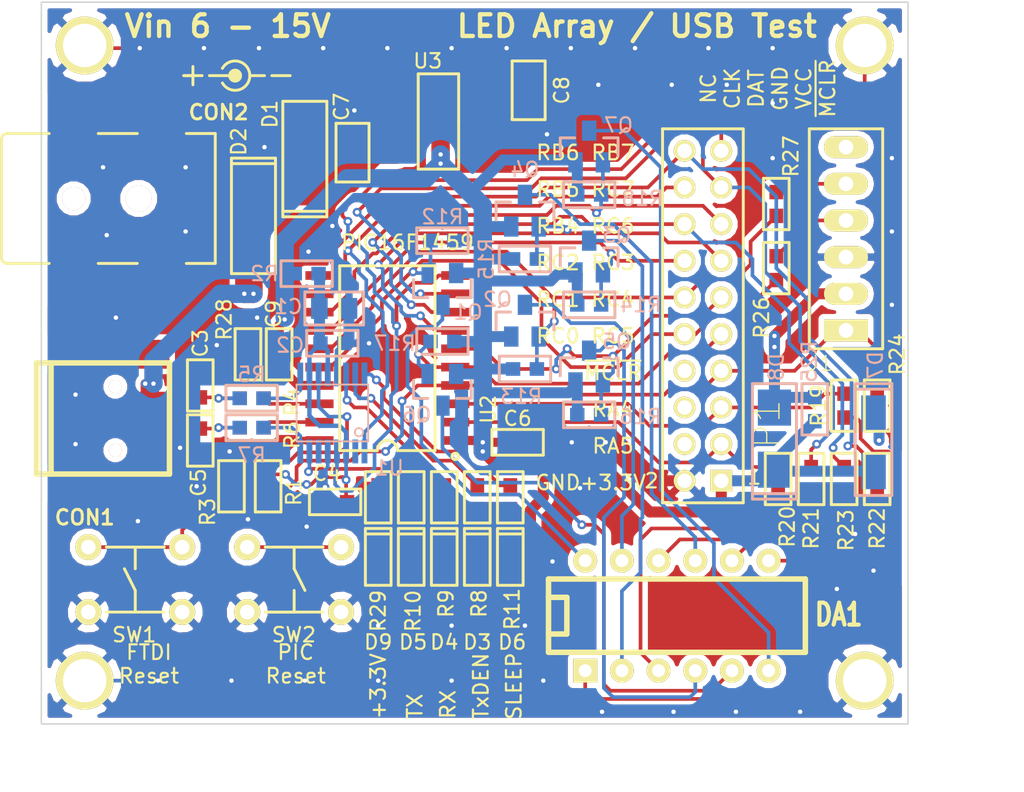
<source format=kicad_pcb>
(kicad_pcb (version 3) (host pcbnew "(2013-07-07 BZR 4022)-stable")
  (layers (15 F.Cu signal) (0 B.Cu signal) (18 B.Paste user) (19 F.Paste user) (20 B.SilkS user) (21 F.SilkS user) (22 B.Mask user) (23 F.Mask user) (28 Edge.Cuts user))
  (net 0 "")
  (net 1 +3.3V)
  (net 2 /+3.3V_ftdi)
  (net 3 /A_R1)
  (net 4 /A_R2)
  (net 5 /A_R3)
  (net 6 /A_R4)
  (net 7 /A_R5)
  (net 8 /A_R6)
  (net 9 /A_R7)
  (net 10 /C_C1)
  (net 11 /C_C2)
  (net 12 /C_C3)
  (net 13 /C_C4)
  (net 14 /C_C5)
  (net 15 /D+)
  (net 16 /D+_ftdi)
  (net 17 /D+_micro)
  (net 18 /D-)
  (net 19 /D-_ftdi)
  (net 20 /D-_micro)
  (net 21 /ICSPCLK)
  (net 22 /ICSPDAT)
  (net 23 /RA4)
  (net 24 /RA5)
  (net 25 /RB4)
  (net 26 /RB5)
  (net 27 /RB6)
  (net 28 /RB7)
  (net 29 /RC0)
  (net 30 /RC1)
  (net 31 /RC2)
  (net 32 /RC3)
  (net 33 /RC4)
  (net 34 /RC5)
  (net 35 /RC6)
  (net 36 /RC7)
  (net 37 /~MCLR)
  (net 38 GND)
  (net 39 N-000001)
  (net 40 N-0000011)
  (net 41 N-0000012)
  (net 42 N-0000016)
  (net 43 N-0000017)
  (net 44 N-000002)
  (net 45 N-000003)
  (net 46 N-000004)
  (net 47 N-000005)
  (net 48 N-000006)
  (net 49 N-000007)
  (net 50 N-000008)
  (net 51 N-000009)
  (net 52 PWR_IN)
  (net 53 USB_PWR)
  (net 54 Vin)
  (module R0603 (layer B.Cu) (at 104.775 114.935)
    (fp_text reference R17 (at -3.302 0.127) (layer B.SilkS) (effects (justify mirror)))
    (fp_text value RES_0603 hide)
    (pad 2 smd rect (at 0.825 0) (size 1 0.95) (layers B.Cu B.Paste B.Mask) (net 1 +3.3V))
    (pad 1 smd rect (at -0.825 0) (size 1 0.95) (layers B.Cu B.Paste B.Mask) (net 34 /RC5))
  )
  (module C0805 (layer F.Cu) (at 98.552 101.854 270)
    (fp_text reference C7 (at -3.175 0.762 270) (layer F.SilkS))
    (fp_text value CAP_0805 hide)
    (pad 2 smd rect (at 1.025 0 270) (size 1.15 1.45) (layers F.Cu F.Paste F.Mask) (net 54 Vin))
    (pad 1 smd rect (at -1.025 0 270) (size 1.15 1.45) (layers F.Cu F.Paste F.Mask) (net 38 GND))
  )
  (module TACT-SW_6x6 (layer F.Cu) (at 94.51 131.43)
    (fp_text reference SW2 (at -0.022 3.825) (layer F.SilkS))
    (fp_text value SWITCH_MOMENTARY hide)
    (pad 1 thru_hole circle (at -3.25 -2.25) (size 1.8 1.8) (drill 1) (layers *.Cu *.Mask F.SilkS) (net 37 /~MCLR))
    (pad 1 thru_hole circle (at 3.25 -2.25) (size 1.8 1.8) (drill 1) (layers *.Cu *.Mask F.SilkS) (net 37 /~MCLR))
    (pad 2 thru_hole circle (at -3.25 2.25) (size 1.8 1.8) (drill 1) (layers *.Cu *.Mask F.SilkS) (net 38 GND))
    (pad 2 thru_hole circle (at 3.25 2.25) (size 1.8 1.8) (drill 1) (layers *.Cu *.Mask F.SilkS) (net 38 GND))
  )
  (module Header_6-pin_100mil (layer F.Cu) (at 132.715 107.823 90)
    (fp_text reference J1 (at -8.636 -1.778 180) (layer F.SilkS) (effects (font (size 1.016 1.016) (thickness 0.0889))))
    (fp_text value HEADER_1X6 hide)
    (pad 1 thru_hole rect (at -6.35 0 90) (size 1.524 3.048) (drill 1.016) (layers *.Cu F.Paste F.SilkS F.Mask) (net 37 /~MCLR))
    (pad 2 thru_hole oval (at -3.81 0 90) (size 1.524 3.048) (drill 1.016) (layers *.Cu F.Paste F.SilkS F.Mask) (net 42 N-0000016))
    (pad 3 thru_hole oval (at -1.27 0 90) (size 1.524 3.048) (drill 1.016) (layers *.Cu F.Paste F.SilkS F.Mask) (net 38 GND))
    (pad 4 thru_hole oval (at 1.27 0 90) (size 1.524 3.048) (drill 1.016) (layers *.Cu F.Paste F.SilkS F.Mask) (net 22 /ICSPDAT))
    (pad 5 thru_hole oval (at 3.81 0 90) (size 1.524 3.048) (drill 1.016) (layers *.Cu F.Paste F.SilkS F.Mask) (net 21 /ICSPCLK))
    (pad 6 thru_hole oval (at 6.35 0 90) (size 1.524 3.048) (drill 1.016) (layers *.Cu F.Paste F.SilkS F.Mask))
  )
  (module BARREL_JACK_SMT (layer F.Cu) (at 79.248 105.029)
    (fp_text reference CON2 (at 10.033 -5.969) (layer F.SilkS) (effects (font (size 1.016 1.016) (thickness 0.2032))))
    (fp_text value BARREL_JACK hide)
    (pad 1 smd rect (at 0 -5.7) (size 2.8 2.4) (layers F.Cu F.Paste F.Mask) (net 52 PWR_IN))
    (pad 1 smd rect (at 6.1 -5.7) (size 2.8 2.4) (layers F.Cu F.Paste F.Mask) (net 52 PWR_IN))
    (pad 2 smd rect (at 0 5.7) (size 2.8 2.4) (layers F.Cu F.Paste F.Mask) (net 38 GND))
    (pad 3 smd rect (at 6.1 5.7) (size 2.8 2.4) (layers F.Cu F.Paste F.Mask) (net 38 GND))
    (pad "" thru_hole circle (at 0 0) (size 1.6 1.6) (drill 1.6) (layers *.Cu *.Mask F.SilkS))
    (pad "" thru_hole circle (at 4.5 0) (size 1.8 1.8) (drill 1.8) (layers *.Cu *.Mask F.SilkS))
  )
  (module SOT-223 (layer F.Cu) (at 101.6 99.695 270)
    (fp_text reference U3 (at -4.191 -2.159 360) (layer F.SilkS))
    (fp_text value TLV1117_3.3V hide)
    (pad 1 smd rect (at -2.3 0 270) (size 0.95 2.15) (layers F.Cu F.Paste F.Mask) (net 38 GND))
    (pad 2 smd rect (at 0 0 270) (size 0.95 2.15) (layers F.Cu F.Paste F.Mask) (net 1 +3.3V))
    (pad 3 smd rect (at 2.3 0 270) (size 0.95 2.15) (layers F.Cu F.Paste F.Mask) (net 54 Vin))
    (pad 4 smd rect (at 0 -5.8 270) (size 3.25 2.15) (layers F.Cu F.Paste F.Mask) (net 1 +3.3V))
  )
  (module USB_MINI_B (layer F.Cu) (at 81.28 120.269)
    (fp_text reference CON1 (at -1.27 6.858) (layer F.SilkS) (effects (font (size 1.016 1.016) (thickness 0.2032))))
    (fp_text value USB-MINI-B hide)
    (pad 1 smd rect (at 3.44932 -1.6002) (size 2.30124 0.50038) (layers F.Cu F.Paste F.Mask) (net 53 USB_PWR))
    (pad 2 smd rect (at 3.44932 -0.8001) (size 2.30124 0.50038) (layers F.Cu F.Paste F.Mask) (net 18 /D-))
    (pad 3 smd rect (at 3.44932 0) (size 2.30124 0.50038) (layers F.Cu F.Paste F.Mask) (net 15 /D+))
    (pad 4 smd rect (at 3.44932 0.8001) (size 2.30124 0.50038) (layers F.Cu F.Paste F.Mask))
    (pad 5 smd rect (at 3.44932 1.6002) (size 2.30124 0.50038) (layers F.Cu F.Paste F.Mask) (net 38 GND))
    (pad 6 smd rect (at 3.35026 -4.45008) (size 2.49936 1.99898) (layers F.Cu F.Paste F.Mask))
    (pad 7 smd rect (at -2.14884 -4.45008) (size 2.49936 1.99898) (layers F.Cu F.Paste F.Mask))
    (pad 8 smd rect (at 3.35026 4.45008) (size 2.49936 1.99898) (layers F.Cu F.Paste F.Mask))
    (pad 9 smd rect (at -2.14884 4.45008) (size 2.49936 1.99898) (layers F.Cu F.Paste F.Mask))
    (pad "" thru_hole circle (at 0.8509 -2.19964) (size 0.89916 0.89916) (drill 0.89916) (layers *.Cu *.Mask F.SilkS))
    (pad "" thru_hole circle (at 0.8509 2.19964) (size 0.89916 0.89916) (drill 0.89916) (layers *.Cu *.Mask F.SilkS))
  )
  (module TACT-SW_6x6 (layer F.Cu) (at 83.51 131.43 180)
    (fp_text reference SW1 (at 0.071 -3.825 180) (layer F.SilkS))
    (fp_text value SWITCH_MOMENTARY hide)
    (pad 1 thru_hole circle (at -3.25 -2.25 180) (size 1.8 1.8) (drill 1) (layers *.Cu *.Mask F.SilkS) (net 38 GND))
    (pad 1 thru_hole circle (at 3.25 -2.25 180) (size 1.8 1.8) (drill 1) (layers *.Cu *.Mask F.SilkS) (net 38 GND))
    (pad 2 thru_hole circle (at -3.25 2.25 180) (size 1.8 1.8) (drill 1) (layers *.Cu *.Mask F.SilkS) (net 51 N-000009))
    (pad 2 thru_hole circle (at 3.25 2.25 180) (size 1.8 1.8) (drill 1) (layers *.Cu *.Mask F.SilkS) (net 51 N-000009))
  )
  (module SOT-23-3 (layer B.Cu) (at 104.775 112.395)
    (fp_text reference Q1 (at 1.778 0.508) (layer B.SilkS) (effects (justify mirror)))
    (fp_text value MOSFET-P hide)
    (pad G smd rect (at -0.95 -2.2) (size 1 1.4) (layers B.Cu B.Paste B.Mask) (net 29 /RC0))
    (pad S smd rect (at 0.95 -2.2) (size 1 1.4) (layers B.Cu B.Paste B.Mask) (net 1 +3.3V))
    (pad D smd rect (at 0 0) (size 1 1.4) (layers B.Cu B.Paste B.Mask) (net 3 /A_R1))
  )
  (module SOT-23-3 (layer B.Cu) (at 114.935 115.57 180)
    (fp_text reference Q5 (at -1.905 0.635 180) (layer B.SilkS) (effects (justify mirror)))
    (fp_text value MOSFET-P hide)
    (pad G smd rect (at -0.95 -2.2 180) (size 1 1.4) (layers B.Cu B.Paste B.Mask) (net 33 /RC4))
    (pad S smd rect (at 0.95 -2.2 180) (size 1 1.4) (layers B.Cu B.Paste B.Mask) (net 1 +3.3V))
    (pad D smd rect (at 0 0 180) (size 1 1.4) (layers B.Cu B.Paste B.Mask) (net 7 /A_R5))
  )
  (module SOT-23-3 (layer B.Cu) (at 104.775 119.38)
    (fp_text reference Q6 (at -1.778 0.635) (layer B.SilkS) (effects (justify mirror)))
    (fp_text value MOSFET-P hide)
    (pad G smd rect (at -0.95 -2.2) (size 1 1.4) (layers B.Cu B.Paste B.Mask) (net 34 /RC5))
    (pad S smd rect (at 0.95 -2.2) (size 1 1.4) (layers B.Cu B.Paste B.Mask) (net 1 +3.3V))
    (pad D smd rect (at 0 0) (size 1 1.4) (layers B.Cu B.Paste B.Mask) (net 8 /A_R6))
  )
  (module SOT-23-3 (layer B.Cu) (at 114.935 100.33 180)
    (fp_text reference Q7 (at -2.032 0.381 180) (layer B.SilkS) (effects (justify mirror)))
    (fp_text value MOSFET-P hide)
    (pad G smd rect (at -0.95 -2.2 180) (size 1 1.4) (layers B.Cu B.Paste B.Mask) (net 35 /RC6))
    (pad S smd rect (at 0.95 -2.2 180) (size 1 1.4) (layers B.Cu B.Paste B.Mask) (net 1 +3.3V))
    (pad D smd rect (at 0 0 180) (size 1 1.4) (layers B.Cu B.Paste B.Mask) (net 9 /A_R7))
  )
  (module SOT-23-3 (layer B.Cu) (at 110.49 104.775 180)
    (fp_text reference Q4 (at 0 1.75 180) (layer B.SilkS) (effects (justify mirror)))
    (fp_text value MOSFET-P hide)
    (pad G smd rect (at -0.95 -2.2 180) (size 1 1.4) (layers B.Cu B.Paste B.Mask) (net 32 /RC3))
    (pad S smd rect (at 0.95 -2.2 180) (size 1 1.4) (layers B.Cu B.Paste B.Mask) (net 1 +3.3V))
    (pad D smd rect (at 0 0 180) (size 1 1.4) (layers B.Cu B.Paste B.Mask) (net 6 /A_R4))
  )
  (module SOT-23-3 (layer B.Cu) (at 114.935 107.95 180)
    (fp_text reference Q3 (at -1.905 0.381 180) (layer B.SilkS) (effects (justify mirror)))
    (fp_text value MOSFET-P hide)
    (pad G smd rect (at -0.95 -2.2 180) (size 1 1.4) (layers B.Cu B.Paste B.Mask) (net 31 /RC2))
    (pad S smd rect (at 0.95 -2.2 180) (size 1 1.4) (layers B.Cu B.Paste B.Mask) (net 1 +3.3V))
    (pad D smd rect (at 0 0 180) (size 1 1.4) (layers B.Cu B.Paste B.Mask) (net 5 /A_R3))
  )
  (module SOT-23-3 (layer B.Cu) (at 110.49 112.395 180)
    (fp_text reference Q2 (at 1.905 0.381 180) (layer B.SilkS) (effects (justify mirror)))
    (fp_text value MOSFET-P hide)
    (pad G smd rect (at -0.95 -2.2 180) (size 1 1.4) (layers B.Cu B.Paste B.Mask) (net 30 /RC1))
    (pad S smd rect (at 0.95 -2.2 180) (size 1 1.4) (layers B.Cu B.Paste B.Mask) (net 1 +3.3V))
    (pad D smd rect (at 0 0 180) (size 1 1.4) (layers B.Cu B.Paste B.Mask) (net 4 /A_R2))
  )
  (module SMB (layer B.Cu) (at 127.762 121.666 270)
    (fp_text reference D8 (at -4.953 -0.127 270) (layer B.SilkS) (effects (justify mirror)))
    (fp_text value SCHOTTKY_SMB hide)
    (pad C smd rect (at 2.15 0 270) (size 2.5 2.3) (layers B.Cu B.Paste B.Mask) (net 1 +3.3V))
    (pad A smd rect (at -2.15 0 270) (size 2.5 2.3) (layers B.Cu B.Paste B.Mask) (net 42 N-0000016))
  )
  (module SMB (layer F.Cu) (at 91.694 106.426 90)
    (fp_text reference D2 (at 5.334 -1.016 90) (layer F.SilkS))
    (fp_text value SCHOTTKY_SMB hide)
    (pad C smd rect (at 2.15 0 90) (size 2.5 2.3) (layers F.Cu F.Paste F.Mask) (net 54 Vin))
    (pad A smd rect (at -2.15 0 90) (size 2.5 2.3) (layers F.Cu F.Paste F.Mask) (net 53 USB_PWR))
  )
  (module SMB (layer F.Cu) (at 95.25 102.108 270)
    (fp_text reference D1 (at -2.921 2.413 270) (layer F.SilkS))
    (fp_text value SCHOTTKY_SMB hide)
    (pad C smd rect (at 2.15 0 270) (size 2.5 2.3) (layers F.Cu F.Paste F.Mask) (net 54 Vin))
    (pad A smd rect (at -2.15 0 270) (size 2.5 2.3) (layers F.Cu F.Paste F.Mask) (net 52 PWR_IN))
  )
  (module SMA (layer B.Cu) (at 134.62 121.92 90)
    (fp_text reference D7 (at 5.334 0.127 90) (layer B.SilkS) (effects (justify mirror)))
    (fp_text value SCHOTTKY_SMA hide)
    (pad C smd rect (at 2 0 90) (size 2.5 1.7) (layers B.Cu B.Paste B.Mask) (net 40 N-0000011))
    (pad A smd rect (at -2 0 90) (size 2.5 1.7) (layers B.Cu B.Paste B.Mask) (net 1 +3.3V))
  )
  (module R0603 (layer F.Cu) (at 109.474 125.73 270)
    (fp_text reference R11 (at 7.747 -0.127 270) (layer F.SilkS))
    (fp_text value RES_0603 hide)
    (pad 2 smd rect (at 0.825 0 270) (size 1 0.95) (layers F.Cu F.Paste F.Mask) (net 50 N-000008))
    (pad 1 smd rect (at -0.825 0 270) (size 1 0.95) (layers F.Cu F.Paste F.Mask) (net 47 N-000005))
  )
  (module R0603 (layer F.Cu) (at 100.33 125.73 270)
    (fp_text reference R29 (at 7.874 0 270) (layer F.SilkS))
    (fp_text value RES_0603 hide)
    (pad 2 smd rect (at 0.825 0 270) (size 1 0.95) (layers F.Cu F.Paste F.Mask) (net 41 N-0000012))
    (pad 1 smd rect (at -0.825 0 270) (size 1 0.95) (layers F.Cu F.Paste F.Mask) (net 38 GND))
  )
  (module R0603 (layer B.Cu) (at 114.935 112.395 180)
    (fp_text reference R14 (at -3.556 0 180) (layer B.SilkS) (effects (justify mirror)))
    (fp_text value RES_0603 hide)
    (pad 2 smd rect (at 0.825 0 180) (size 1 0.95) (layers B.Cu B.Paste B.Mask) (net 1 +3.3V))
    (pad 1 smd rect (at -0.825 0 180) (size 1 0.95) (layers B.Cu B.Paste B.Mask) (net 31 /RC2))
  )
  (module R0603 (layer F.Cu) (at 132.588 119.38 90)
    (fp_text reference R19 (at 0 -1.778 90) (layer F.SilkS))
    (fp_text value RES_0603 hide)
    (pad 2 smd rect (at 0.825 0 90) (size 1 0.95) (layers F.Cu F.Paste F.Mask) (net 23 /RA4))
    (pad 1 smd rect (at -0.825 0 90) (size 1 0.95) (layers F.Cu F.Paste F.Mask) (net 10 /C_C1))
  )
  (module R0603 (layer B.Cu) (at 110.49 109.22 180)
    (fp_text reference R15 (at 2.667 0 270) (layer B.SilkS) (effects (justify mirror)))
    (fp_text value RES_0603 hide)
    (pad 2 smd rect (at 0.825 0 180) (size 1 0.95) (layers B.Cu B.Paste B.Mask) (net 1 +3.3V))
    (pad 1 smd rect (at -0.825 0 180) (size 1 0.95) (layers B.Cu B.Paste B.Mask) (net 32 /RC3))
  )
  (module R0603 (layer B.Cu) (at 114.935 104.775 180)
    (fp_text reference R18 (at -3.683 -0.254 180) (layer B.SilkS) (effects (justify mirror)))
    (fp_text value RES_0603 hide)
    (pad 2 smd rect (at 0.825 0 180) (size 1 0.95) (layers B.Cu B.Paste B.Mask) (net 1 +3.3V))
    (pad 1 smd rect (at -0.825 0 180) (size 1 0.95) (layers B.Cu B.Paste B.Mask) (net 35 /RC6))
  )
  (module R0603 (layer F.Cu) (at 128.016 124.46 90)
    (fp_text reference R20 (at -3.302 0.635 90) (layer F.SilkS))
    (fp_text value RES_0603 hide)
    (pad 2 smd rect (at 0.825 0 90) (size 1 0.95) (layers F.Cu F.Paste F.Mask) (net 24 /RA5))
    (pad 1 smd rect (at -0.825 0 90) (size 1 0.95) (layers F.Cu F.Paste F.Mask) (net 11 /C_C2))
  )
  (module R0603 (layer B.Cu) (at 104.775 107.95)
    (fp_text reference R12 (at 0 -1.651) (layer B.SilkS) (effects (justify mirror)))
    (fp_text value RES_0603 hide)
    (pad 2 smd rect (at 0.825 0) (size 1 0.95) (layers B.Cu B.Paste B.Mask) (net 1 +3.3V))
    (pad 1 smd rect (at -0.825 0) (size 1 0.95) (layers B.Cu B.Paste B.Mask) (net 29 /RC0))
  )
  (module R0603 (layer B.Cu) (at 110.49 116.84 180)
    (fp_text reference R13 (at 0.254 -1.905 180) (layer B.SilkS) (effects (justify mirror)))
    (fp_text value RES_0603 hide)
    (pad 2 smd rect (at 0.825 0 180) (size 1 0.95) (layers B.Cu B.Paste B.Mask) (net 1 +3.3V))
    (pad 1 smd rect (at -0.825 0 180) (size 1 0.95) (layers B.Cu B.Paste B.Mask) (net 30 /RC1))
  )
  (module R0603 (layer F.Cu) (at 134.874 124.46 90)
    (fp_text reference R22 (at -3.429 0 90) (layer F.SilkS))
    (fp_text value RES_0603 hide)
    (pad 2 smd rect (at 0.825 0 90) (size 1 0.95) (layers F.Cu F.Paste F.Mask) (net 27 /RB6))
    (pad 1 smd rect (at -0.825 0 90) (size 1 0.95) (layers F.Cu F.Paste F.Mask) (net 13 /C_C4))
  )
  (module R0603 (layer F.Cu) (at 102.616 125.73 270)
    (fp_text reference R10 (at 7.874 -0.127 270) (layer F.SilkS))
    (fp_text value RES_0603 hide)
    (pad 2 smd rect (at 0.825 0 270) (size 1 0.95) (layers F.Cu F.Paste F.Mask) (net 49 N-000007))
    (pad 1 smd rect (at -0.825 0 270) (size 1 0.95) (layers F.Cu F.Paste F.Mask) (net 46 N-000004))
  )
  (module R0603 (layer F.Cu) (at 130.302 124.46 90)
    (fp_text reference R21 (at -3.429 0 90) (layer F.SilkS))
    (fp_text value RES_0603 hide)
    (pad 2 smd rect (at 0.825 0 90) (size 1 0.95) (layers F.Cu F.Paste F.Mask) (net 25 /RB4))
    (pad 1 smd rect (at -0.825 0 90) (size 1 0.95) (layers F.Cu F.Paste F.Mask) (net 12 /C_C3))
  )
  (module R0603 (layer B.Cu) (at 114.935 120.015 180)
    (fp_text reference R16 (at -3.556 -0.127 180) (layer B.SilkS) (effects (justify mirror)))
    (fp_text value RES_0603 hide)
    (pad 2 smd rect (at 0.825 0 180) (size 1 0.95) (layers B.Cu B.Paste B.Mask) (net 1 +3.3V))
    (pad 1 smd rect (at -0.825 0 180) (size 1 0.95) (layers B.Cu B.Paste B.Mask) (net 33 /RC4))
  )
  (module R0603 (layer F.Cu) (at 132.588 124.46 90)
    (fp_text reference R23 (at -3.556 0.127 90) (layer F.SilkS))
    (fp_text value RES_0603 hide)
    (pad 2 smd rect (at 0.825 0 90) (size 1 0.95) (layers F.Cu F.Paste F.Mask) (net 36 /RC7))
    (pad 1 smd rect (at -0.825 0 90) (size 1 0.95) (layers F.Cu F.Paste F.Mask) (net 14 /C_C5))
  )
  (module R0603 (layer F.Cu) (at 134.874 119.38 270)
    (fp_text reference R24 (at -3.556 -1.397 270) (layer F.SilkS))
    (fp_text value RES_0603 hide)
    (pad 2 smd rect (at 0.825 0 270) (size 1 0.95) (layers F.Cu F.Paste F.Mask) (net 40 N-0000011))
    (pad 1 smd rect (at -0.825 0 270) (size 1 0.95) (layers F.Cu F.Paste F.Mask) (net 37 /~MCLR))
  )
  (module R0603 (layer B.Cu) (at 91.567 120.904)
    (fp_text reference R7 (at 0 1.905) (layer B.SilkS) (effects (justify mirror)))
    (fp_text value RES_0603 hide)
    (pad 2 smd rect (at 0.825 0) (size 1 0.95) (layers B.Cu B.Paste B.Mask) (net 16 /D+_ftdi))
    (pad 1 smd rect (at -0.825 0) (size 1 0.95) (layers B.Cu B.Paste B.Mask) (net 15 /D+))
  )
  (module R0603 (layer F.Cu) (at 91.567 120.904)
    (fp_text reference R6 (at 2.794 0.508 90) (layer F.SilkS))
    (fp_text value RES_0603 hide)
    (pad 2 smd rect (at 0.825 0) (size 1 0.95) (layers F.Cu F.Paste F.Mask) (net 17 /D+_micro))
    (pad 1 smd rect (at -0.825 0) (size 1 0.95) (layers F.Cu F.Paste F.Mask) (net 15 /D+))
  )
  (module R0603 (layer B.Cu) (at 91.567 118.872)
    (fp_text reference R5 (at 0 -1.651) (layer B.SilkS) (effects (justify mirror)))
    (fp_text value RES_0603 hide)
    (pad 2 smd rect (at 0.825 0) (size 1 0.95) (layers B.Cu B.Paste B.Mask) (net 19 /D-_ftdi))
    (pad 1 smd rect (at -0.825 0) (size 1 0.95) (layers B.Cu B.Paste B.Mask) (net 18 /D-))
  )
  (module R0603 (layer F.Cu) (at 91.567 118.872)
    (fp_text reference R4 (at 2.794 0.254 90) (layer F.SilkS))
    (fp_text value RES_0603 hide)
    (pad 2 smd rect (at 0.825 0) (size 1 0.95) (layers F.Cu F.Paste F.Mask) (net 20 /D-_micro))
    (pad 1 smd rect (at -0.825 0) (size 1 0.95) (layers F.Cu F.Paste F.Mask) (net 18 /D-))
  )
  (module R0603 (layer F.Cu) (at 90.17 124.968 270)
    (fp_text reference R3 (at 1.778 1.651 270) (layer F.SilkS))
    (fp_text value RES_0603 hide)
    (pad 2 smd rect (at 0.825 0 270) (size 1 0.95) (layers F.Cu F.Paste F.Mask) (net 51 N-000009))
    (pad 1 smd rect (at -0.825 0 270) (size 1 0.95) (layers F.Cu F.Paste F.Mask) (net 38 GND))
  )
  (module R0603 (layer B.Cu) (at 95.377 110.236)
    (fp_text reference R2 (at -2.921 0) (layer B.SilkS) (effects (justify mirror)))
    (fp_text value RES_0603 hide)
    (pad 2 smd rect (at 0.825 0) (size 1 0.95) (layers B.Cu B.Paste B.Mask) (net 2 /+3.3V_ftdi))
    (pad 1 smd rect (at -0.825 0) (size 1 0.95) (layers B.Cu B.Paste B.Mask) (net 1 +3.3V))
  )
  (module R0603 (layer F.Cu) (at 104.902 125.73 270)
    (fp_text reference R9 (at 7.366 -0.127 270) (layer F.SilkS))
    (fp_text value RES_0603 hide)
    (pad 2 smd rect (at 0.825 0 270) (size 1 0.95) (layers F.Cu F.Paste F.Mask) (net 48 N-000006))
    (pad 1 smd rect (at -0.825 0 270) (size 1 0.95) (layers F.Cu F.Paste F.Mask) (net 45 N-000003))
  )
  (module R0603 (layer F.Cu) (at 93.472 115.824 90)
    (fp_text reference R28 (at 2.413 -3.81 90) (layer F.SilkS))
    (fp_text value RES_0603 hide)
    (pad 2 smd rect (at 0.825 0 90) (size 1 0.95) (layers F.Cu F.Paste F.Mask) (net 1 +3.3V))
    (pad 1 smd rect (at -0.825 0 90) (size 1 0.95) (layers F.Cu F.Paste F.Mask) (net 43 N-0000017))
  )
  (module R0603 (layer F.Cu) (at 92.71 124.968 270)
    (fp_text reference R1 (at 0.381 -1.778 270) (layer F.SilkS))
    (fp_text value RES_0603 hide)
    (pad 2 smd rect (at 0.825 0 270) (size 1 0.95) (layers F.Cu F.Paste F.Mask) (net 51 N-000009))
    (pad 1 smd rect (at -0.825 0 270) (size 1 0.95) (layers F.Cu F.Paste F.Mask) (net 2 /+3.3V_ftdi))
  )
  (module R0603 (layer B.Cu) (at 130.556 119.634 90)
    (fp_text reference R25 (at 3.302 -0.381 90) (layer B.SilkS) (effects (justify mirror)))
    (fp_text value RES_0603 hide)
    (pad 2 smd rect (at 0.825 0 90) (size 1 0.95) (layers B.Cu B.Paste B.Mask) (net 42 N-0000016))
    (pad 1 smd rect (at -0.825 0 90) (size 1 0.95) (layers B.Cu B.Paste B.Mask) (net 1 +3.3V))
  )
  (module R0603 (layer F.Cu) (at 127.889 109.855 90)
    (fp_text reference R26 (at -3.429 -1.016 90) (layer F.SilkS))
    (fp_text value RES_0603 hide)
    (pad 2 smd rect (at 0.825 0 90) (size 1 0.95) (layers F.Cu F.Paste F.Mask) (net 22 /ICSPDAT))
    (pad 1 smd rect (at -0.825 0 90) (size 1 0.95) (layers F.Cu F.Paste F.Mask) (net 29 /RC0))
  )
  (module R0603 (layer F.Cu) (at 127.889 105.41 90)
    (fp_text reference R27 (at 3.302 1.016 90) (layer F.SilkS))
    (fp_text value RES_0603 hide)
    (pad 2 smd rect (at 0.825 0 90) (size 1 0.95) (layers F.Cu F.Paste F.Mask) (net 21 /ICSPCLK))
    (pad 1 smd rect (at -0.825 0 90) (size 1 0.95) (layers F.Cu F.Paste F.Mask) (net 30 /RC1))
  )
  (module R0603 (layer F.Cu) (at 107.188 125.73 270)
    (fp_text reference R8 (at 7.366 -0.127 270) (layer F.SilkS))
    (fp_text value RES_0603 hide)
    (pad 2 smd rect (at 0.825 0 270) (size 1 0.95) (layers F.Cu F.Paste F.Mask) (net 39 N-000001))
    (pad 1 smd rect (at -0.825 0 270) (size 1 0.95) (layers F.Cu F.Paste F.Mask) (net 44 N-000002))
  )
  (module D0603 (layer F.Cu) (at 100.33 130.048 90)
    (fp_text reference D9 (at -5.715 0 180) (layer F.SilkS))
    (fp_text value LED_0603 hide)
    (pad C smd rect (at 0.825 0 90) (size 1 0.95) (layers F.Cu F.Paste F.Mask) (net 41 N-0000012))
    (pad A smd rect (at -0.825 0 90) (size 1 0.95) (layers F.Cu F.Paste F.Mask) (net 1 +3.3V))
  )
  (module D0603 (layer F.Cu) (at 109.474 130.048 90)
    (fp_text reference D6 (at -5.715 0.127 180) (layer F.SilkS))
    (fp_text value LED_0603 hide)
    (pad C smd rect (at 0.825 0 90) (size 1 0.95) (layers F.Cu F.Paste F.Mask) (net 50 N-000008))
    (pad A smd rect (at -0.825 0 90) (size 1 0.95) (layers F.Cu F.Paste F.Mask) (net 1 +3.3V))
  )
  (module D0603 (layer F.Cu) (at 102.616 130.048 90)
    (fp_text reference D5 (at -5.715 0.127 180) (layer F.SilkS))
    (fp_text value LED_0603 hide)
    (pad C smd rect (at 0.825 0 90) (size 1 0.95) (layers F.Cu F.Paste F.Mask) (net 49 N-000007))
    (pad A smd rect (at -0.825 0 90) (size 1 0.95) (layers F.Cu F.Paste F.Mask) (net 1 +3.3V))
  )
  (module D0603 (layer F.Cu) (at 104.902 130.048 90)
    (fp_text reference D4 (at -5.715 0 180) (layer F.SilkS))
    (fp_text value LED_0603 hide)
    (pad C smd rect (at 0.825 0 90) (size 1 0.95) (layers F.Cu F.Paste F.Mask) (net 48 N-000006))
    (pad A smd rect (at -0.825 0 90) (size 1 0.95) (layers F.Cu F.Paste F.Mask) (net 1 +3.3V))
  )
  (module D0603 (layer F.Cu) (at 107.188 130.048 90)
    (fp_text reference D3 (at -5.715 0 180) (layer F.SilkS))
    (fp_text value LED_0603 hide)
    (pad C smd rect (at 0.825 0 90) (size 1 0.95) (layers F.Cu F.Paste F.Mask) (net 39 N-000001))
    (pad A smd rect (at -0.825 0 90) (size 1 0.95) (layers F.Cu F.Paste F.Mask) (net 1 +3.3V))
  )
  (module C0805 (layer B.Cu) (at 97.282 112.649 180)
    (fp_text reference C1 (at 3.175 0.127 180) (layer B.SilkS) (effects (justify mirror)))
    (fp_text value CAP_0805 hide)
    (pad 2 smd rect (at 1.025 0 180) (size 1.15 1.45) (layers B.Cu B.Paste B.Mask) (net 2 /+3.3V_ftdi))
    (pad 1 smd rect (at -1.025 0 180) (size 1.15 1.45) (layers B.Cu B.Paste B.Mask) (net 38 GND))
  )
  (module C0805 (layer F.Cu) (at 110.744 97.536 270)
    (fp_text reference C8 (at 0 -2.286 270) (layer F.SilkS))
    (fp_text value CAP_0805 hide)
    (pad 2 smd rect (at 1.025 0 270) (size 1.15 1.45) (layers F.Cu F.Paste F.Mask) (net 1 +3.3V))
    (pad 1 smd rect (at -1.025 0 270) (size 1.15 1.45) (layers F.Cu F.Paste F.Mask) (net 38 GND))
  )
  (module C0603 (layer F.Cu) (at 97.3455 126.0475)
    (fp_text reference C4 (at -0.5715 -1.9685) (layer F.SilkS))
    (fp_text value CAP_0603 hide)
    (pad 2 smd rect (at 0.825 0) (size 1 0.95) (layers F.Cu F.Paste F.Mask) (net 2 /+3.3V_ftdi))
    (pad 1 smd rect (at -0.825 0) (size 1 0.95) (layers F.Cu F.Paste F.Mask) (net 38 GND))
  )
  (module C0603 (layer F.Cu) (at 91.313 115.824 270)
    (fp_text reference C9 (at -2.794 -1.778 270) (layer F.SilkS))
    (fp_text value CAP_0603 hide)
    (pad 2 smd rect (at 0.825 0 270) (size 1 0.95) (layers F.Cu F.Paste F.Mask) (net 43 N-0000017))
    (pad 1 smd rect (at -0.825 0 270) (size 1 0.95) (layers F.Cu F.Paste F.Mask) (net 38 GND))
  )
  (module C0603 (layer B.Cu) (at 97.155 115.062 180)
    (fp_text reference C2 (at 2.921 -0.127 180) (layer B.SilkS) (effects (justify mirror)))
    (fp_text value CAP_0603 hide)
    (pad 2 smd rect (at 0.825 0 180) (size 1 0.95) (layers B.Cu B.Paste B.Mask) (net 2 /+3.3V_ftdi))
    (pad 1 smd rect (at -0.825 0 180) (size 1 0.95) (layers B.Cu B.Paste B.Mask) (net 38 GND))
  )
  (module C0603 (layer F.Cu) (at 88.011 117.983 270)
    (fp_text reference C3 (at -2.921 0 270) (layer F.SilkS))
    (fp_text value CAP_0603 hide)
    (pad 2 smd rect (at 0.825 0 270) (size 1 0.95) (layers F.Cu F.Paste F.Mask) (net 18 /D-))
    (pad 1 smd rect (at -0.825 0 270) (size 1 0.95) (layers F.Cu F.Paste F.Mask) (net 38 GND))
  )
  (module C0603 (layer F.Cu) (at 88.011 121.793 90)
    (fp_text reference C5 (at -2.921 -0.127 90) (layer F.SilkS))
    (fp_text value CAP_0603 hide)
    (pad 2 smd rect (at 0.825 0 90) (size 1 0.95) (layers F.Cu F.Paste F.Mask) (net 15 /D+))
    (pad 1 smd rect (at -0.825 0 90) (size 1 0.95) (layers F.Cu F.Paste F.Mask) (net 38 GND))
  )
  (module C0603 (layer F.Cu) (at 109.982 121.92 180)
    (fp_text reference C6 (at 0 1.651 180) (layer F.SilkS))
    (fp_text value CAP_0603 hide)
    (pad 2 smd rect (at 0.825 0 180) (size 1 0.95) (layers F.Cu F.Paste F.Mask) (net 1 +3.3V))
    (pad 1 smd rect (at -0.825 0 180) (size 1 0.95) (layers F.Cu F.Paste F.Mask) (net 38 GND))
  )
  (module DIP-12_300 (layer F.Cu) (at 121.01 133.93)
    (fp_text reference DA1 (at 11.197 -0.072) (layer F.SilkS) (effects (font (size 1.524 1.143) (thickness 0.3048))))
    (fp_text value LED_ARR_7X5_CCOL-AROW hide)
    (pad 1 thru_hole rect (at -6.35 3.81) (size 1.651 1.651) (drill 0.889) (layers *.Cu *.Mask F.SilkS) (net 10 /C_C1))
    (pad 2 thru_hole circle (at -3.81 3.81) (size 1.651 1.651) (drill 0.889) (layers *.Cu *.Mask F.SilkS) (net 5 /A_R3))
    (pad 3 thru_hole circle (at -1.27 3.81) (size 1.651 1.651) (drill 0.889) (layers *.Cu *.Mask F.SilkS) (net 11 /C_C2))
    (pad 4 thru_hole circle (at 1.27 3.81) (size 1.651 1.651) (drill 0.889) (layers *.Cu *.Mask F.SilkS) (net 7 /A_R5))
    (pad 5 thru_hole circle (at 3.81 3.81) (size 1.651 1.651) (drill 0.889) (layers *.Cu *.Mask F.SilkS) (net 8 /A_R6))
    (pad 6 thru_hole circle (at 6.35 3.81) (size 1.651 1.651) (drill 0.889) (layers *.Cu *.Mask F.SilkS) (net 9 /A_R7))
    (pad 7 thru_hole circle (at 6.35 -3.81) (size 1.651 1.651) (drill 0.889) (layers *.Cu *.Mask F.SilkS) (net 13 /C_C4))
    (pad 8 thru_hole circle (at 3.81 -3.81) (size 1.651 1.651) (drill 0.889) (layers *.Cu *.Mask F.SilkS) (net 14 /C_C5))
    (pad 9 thru_hole circle (at 1.27 -3.81) (size 1.651 1.651) (drill 0.889) (layers *.Cu *.Mask F.SilkS) (net 6 /A_R4))
    (pad 10 thru_hole circle (at -1.27 -3.81) (size 1.651 1.651) (drill 0.889) (layers *.Cu *.Mask F.SilkS) (net 12 /C_C3))
    (pad 11 thru_hole circle (at -3.81 -3.81) (size 1.651 1.651) (drill 0.889) (layers *.Cu *.Mask F.SilkS) (net 4 /A_R2))
    (pad 12 thru_hole circle (at -6.35 -3.81) (size 1.651 1.651) (drill 0.889) (layers *.Cu *.Mask F.SilkS) (net 3 /A_R1))
  )
  (module ssop-16 (layer B.Cu) (at 97.155 119.888 180)
    (fp_text reference U1 (at -3.937 -3.81 180) (layer B.SilkS) (effects (font (size 1.016 1.016) (thickness 0.1524)) (justify mirror)))
    (fp_text value FT230XS hide)
    (pad 4 smd rect (at -0.3175 -2.667 180) (size 0.4064 1.651) (layers B.Cu B.Paste B.Mask) (net 28 /RB7))
    (pad 5 smd rect (at 0.3175 -2.667 180) (size 0.4064 1.651) (layers B.Cu B.Paste B.Mask) (net 38 GND))
    (pad 6 smd rect (at 0.9525 -2.667 180) (size 0.4064 1.651) (layers B.Cu B.Paste B.Mask))
    (pad 7 smd rect (at 1.5875 -2.667 180) (size 0.4064 1.651) (layers B.Cu B.Paste B.Mask) (net 46 N-000004))
    (pad 16 smd rect (at -2.2225 2.667 180) (size 0.4064 1.651) (layers B.Cu B.Paste B.Mask) (net 47 N-000005))
    (pad 1 smd rect (at -2.2225 -2.667 180) (size 0.4064 1.651) (layers B.Cu B.Paste B.Mask) (net 26 /RB5))
    (pad 2 smd rect (at -1.5875 -2.667 180) (size 0.4064 1.651) (layers B.Cu B.Paste B.Mask))
    (pad 3 smd rect (at -0.9525 -2.667 180) (size 0.4064 1.651) (layers B.Cu B.Paste B.Mask) (net 2 /+3.3V_ftdi))
    (pad 9 smd rect (at 2.2225 2.667 180) (size 0.4064 1.651) (layers B.Cu B.Paste B.Mask) (net 19 /D-_ftdi))
    (pad 10 smd rect (at 1.5875 2.667 180) (size 0.4064 1.651) (layers B.Cu B.Paste B.Mask) (net 2 /+3.3V_ftdi))
    (pad 11 smd rect (at 0.9525 2.667 180) (size 0.4064 1.651) (layers B.Cu B.Paste B.Mask) (net 51 N-000009))
    (pad 12 smd rect (at 0.3175 2.667 180) (size 0.4064 1.651) (layers B.Cu B.Paste B.Mask) (net 2 /+3.3V_ftdi))
    (pad 13 smd rect (at -0.3175 2.667 180) (size 0.4064 1.651) (layers B.Cu B.Paste B.Mask) (net 38 GND))
    (pad 14 smd rect (at -0.9525 2.667 180) (size 0.4064 1.651) (layers B.Cu B.Paste B.Mask) (net 45 N-000003))
    (pad 8 smd rect (at 2.2225 -2.667 180) (size 0.4064 1.651) (layers B.Cu B.Paste B.Mask) (net 16 /D+_ftdi))
    (pad 15 smd rect (at -1.5875 2.667 180) (size 0.4064 1.651) (layers B.Cu B.Paste B.Mask) (net 44 N-000002))
  )
  (module SO-20 (layer F.Cu) (at 105.664 121.793 90)
    (fp_text reference U2 (at 2.159 2.286 90) (layer F.SilkS))
    (fp_text value PIC16F1459_SOIC hide)
    (pad 20 smd rect (at 0 -9.4 90) (size 0.6 1.95) (layers F.Cu F.Paste F.Mask) (net 38 GND))
    (pad 18 smd rect (at 2.54 -9.4 90) (size 0.6 1.95) (layers F.Cu F.Paste F.Mask) (net 20 /D-_micro))
    (pad 17 smd rect (at 3.81 -9.4 90) (size 0.6 1.95) (layers F.Cu F.Paste F.Mask) (net 43 N-0000017))
    (pad 19 smd rect (at 1.27 -9.4 90) (size 0.6 1.95) (layers F.Cu F.Paste F.Mask) (net 17 /D+_micro))
    (pad 16 smd rect (at 5.08 -9.4 90) (size 0.6 1.95) (layers F.Cu F.Paste F.Mask) (net 29 /RC0))
    (pad 11 smd rect (at 11.43 -9.4 90) (size 0.6 1.95) (layers F.Cu F.Paste F.Mask) (net 27 /RB6))
    (pad 14 smd rect (at 7.62 -9.4 90) (size 0.6 1.95) (layers F.Cu F.Paste F.Mask) (net 31 /RC2))
    (pad 12 smd rect (at 10.16 -9.4 90) (size 0.6 1.95) (layers F.Cu F.Paste F.Mask) (net 26 /RB5))
    (pad 13 smd rect (at 8.89 -9.4 90) (size 0.6 1.95) (layers F.Cu F.Paste F.Mask) (net 25 /RB4))
    (pad 15 smd rect (at 6.35 -9.4 90) (size 0.6 1.95) (layers F.Cu F.Paste F.Mask) (net 30 /RC1))
    (pad 6 smd rect (at 6.35 0 90) (size 0.6 1.95) (layers F.Cu F.Paste F.Mask) (net 33 /RC4))
    (pad 8 smd rect (at 8.89 0 90) (size 0.6 1.95) (layers F.Cu F.Paste F.Mask) (net 35 /RC6))
    (pad 9 smd rect (at 10.16 0 90) (size 0.6 1.95) (layers F.Cu F.Paste F.Mask) (net 36 /RC7))
    (pad 7 smd rect (at 7.62 0 90) (size 0.6 1.95) (layers F.Cu F.Paste F.Mask) (net 32 /RC3))
    (pad 10 smd rect (at 11.43 0 90) (size 0.6 1.95) (layers F.Cu F.Paste F.Mask) (net 28 /RB7))
    (pad 5 smd rect (at 5.08 0 90) (size 0.6 1.95) (layers F.Cu F.Paste F.Mask) (net 34 /RC5))
    (pad 2 smd rect (at 1.27 0 90) (size 0.6 1.95) (layers F.Cu F.Paste F.Mask) (net 24 /RA5))
    (pad 4 smd rect (at 3.81 0 90) (size 0.6 1.95) (layers F.Cu F.Paste F.Mask) (net 37 /~MCLR))
    (pad 3 smd rect (at 2.54 0 90) (size 0.6 1.95) (layers F.Cu F.Paste F.Mask) (net 23 /RA4))
    (pad 1 smd rect (at 0 0 90) (size 0.6 1.95) (layers F.Cu F.Paste F.Mask) (net 1 +3.3V))
  )
  (module Header_10x2_100mil (layer F.Cu) (at 122.809 113.157 90)
    (fp_text reference P1 (at -7.493 4.445 90) (layer F.SilkS) (effects (font (size 1.778 1.778) (thickness 0.0889))))
    (fp_text value CONN_10X2 hide)
    (fp_text user 2 (at -11.43 -3.556 180) (layer F.SilkS))
    (fp_text user 1 (at -11.176 3.556 180) (layer F.SilkS))
    (pad 1 thru_hole rect (at -11.43 1.27 90) (size 1.50622 1.50622) (drill 0.99822) (layers *.Cu F.Paste F.SilkS F.Mask) (net 1 +3.3V))
    (pad 2 thru_hole circle (at -11.43 -1.27 90) (size 1.5 1.5) (drill 1) (layers *.Cu F.Paste F.SilkS F.Mask) (net 38 GND))
    (pad 3 thru_hole circle (at -8.89 1.27 90) (size 1.50622 1.50622) (drill 0.99822) (layers *.Cu F.Paste F.SilkS F.Mask) (net 24 /RA5))
    (pad 4 thru_hole circle (at -8.89 -1.27 90) (size 1.50622 1.50622) (drill 0.99822) (layers *.Cu F.Paste F.SilkS F.Mask))
    (pad 5 thru_hole circle (at -6.35 1.27 90) (size 1.50622 1.50622) (drill 0.99822) (layers *.Cu F.Paste F.SilkS F.Mask) (net 23 /RA4))
    (pad 6 thru_hole circle (at -6.35 -1.27 90) (size 1.50622 1.50622) (drill 0.99822) (layers *.Cu F.Paste F.SilkS F.Mask))
    (pad 7 thru_hole circle (at -3.81 1.27 90) (size 1.50622 1.50622) (drill 0.99822) (layers *.Cu F.Paste F.SilkS F.Mask) (net 37 /~MCLR))
    (pad 8 thru_hole circle (at -3.81 -1.27 90) (size 1.50622 1.50622) (drill 0.99822) (layers *.Cu F.Paste F.SilkS F.Mask))
    (pad 9 thru_hole circle (at -1.27 1.27 90) (size 1.50622 1.50622) (drill 0.99822) (layers *.Cu F.Paste F.SilkS F.Mask) (net 34 /RC5))
    (pad 10 thru_hole circle (at -1.27 -1.27 90) (size 1.50622 1.50622) (drill 0.99822) (layers *.Cu F.Paste F.SilkS F.Mask) (net 29 /RC0))
    (pad 11 thru_hole circle (at 1.27 1.27 90) (size 1.50622 1.50622) (drill 0.99822) (layers *.Cu F.Paste F.SilkS F.Mask) (net 33 /RC4))
    (pad 12 thru_hole circle (at 1.27 -1.27 90) (size 1.50622 1.50622) (drill 0.99822) (layers *.Cu F.Paste F.SilkS F.Mask) (net 30 /RC1))
    (pad 13 thru_hole circle (at 3.81 1.27 90) (size 1.50622 1.50622) (drill 0.99822) (layers *.Cu F.Paste F.SilkS F.Mask) (net 32 /RC3))
    (pad 14 thru_hole circle (at 3.81 -1.27 90) (size 1.50622 1.50622) (drill 0.99822) (layers *.Cu F.Paste F.SilkS F.Mask) (net 31 /RC2))
    (pad 15 thru_hole circle (at 6.35 1.27 90) (size 1.50622 1.50622) (drill 0.99822) (layers *.Cu F.Paste F.SilkS F.Mask) (net 35 /RC6))
    (pad 16 thru_hole circle (at 6.35 -1.27 90) (size 1.50622 1.50622) (drill 0.99822) (layers *.Cu F.Paste F.SilkS F.Mask) (net 25 /RB4))
    (pad 17 thru_hole circle (at 8.89 1.27 90) (size 1.50622 1.50622) (drill 0.99822) (layers *.Cu F.Paste F.SilkS F.Mask) (net 36 /RC7))
    (pad 18 thru_hole circle (at 8.89 -1.27 90) (size 1.50622 1.50622) (drill 0.99822) (layers *.Cu F.Paste F.SilkS F.Mask) (net 26 /RB5))
    (pad 19 thru_hole circle (at 11.43 1.27 90) (size 1.50622 1.50622) (drill 0.99822) (layers *.Cu F.Paste F.SilkS F.Mask) (net 28 /RB7))
    (pad 20 thru_hole circle (at 11.43 -1.27 90) (size 1.50622 1.50622) (drill 0.99822) (layers *.Cu F.Paste F.SilkS F.Mask) (net 27 /RB6))
  )
  (module MNT-3mm (layer F.Cu) (at 80.01 94.43)
    (fp_text reference M1 hide)
    (fp_text value MNT-3MM hide)
    (pad 1 thru_hole circle (at 0 0) (size 4 4) (drill 3) (layers *.Cu F.Paste F.SilkS F.Mask) (net 38 GND))
  )
  (module MNT-3mm (layer F.Cu) (at 134.01 94.43)
    (fp_text reference M2 hide)
    (fp_text value MNT-3MM hide)
    (pad 1 thru_hole circle (at 0 0) (size 4 4) (drill 3) (layers *.Cu F.Paste F.SilkS F.Mask) (net 38 GND))
  )
  (module MNT-3mm (layer F.Cu) (at 80.01 138.43)
    (fp_text reference M3 hide)
    (fp_text value MNT-3MM hide)
    (pad 1 thru_hole circle (at 0 0) (size 4 4) (drill 3) (layers *.Cu F.Paste F.SilkS F.Mask) (net 38 GND))
  )
  (module MNT-3mm (layer F.Cu) (at 134.01 138.43)
    (fp_text reference M4 hide)
    (fp_text value MNT-3MM hide)
    (pad 1 thru_hole circle (at 0 0) (size 4 4) (drill 3) (layers *.Cu F.Paste F.SilkS F.Mask) (net 38 GND))
  )
  (gr_text ~MCLR (at 131.445 97.409 90) (layer F.SilkS) (effects (font (size 1.016 1.016) (thickness 0.1524))))
  (gr_text VCC (at 129.794 97.409 90) (layer F.SilkS) (effects (font (size 1.016 1.016) (thickness 0.1524))))
  (gr_text GND (at 128.143 97.409 90) (layer F.SilkS) (effects (font (size 1.016 1.016) (thickness 0.1524))))
  (gr_text DAT (at 126.492 97.409 90) (layer F.SilkS) (effects (font (size 1.016 1.016) (thickness 0.1524))))
  (gr_text CLK (at 124.841 97.409 90) (layer F.SilkS) (effects (font (size 1.016 1.016) (thickness 0.1524))))
  (gr_text NC (at 123.19 97.409 90) (layer F.SilkS) (effects (font (size 1.016 1.016) (thickness 0.1524))))
  (gr_line (start 92.964 96.52) (end 94.234 96.52) (angle 90) (layer F.SilkS) (width 0.2))
  (gr_line (start 91.44 96.52) (end 92.456 96.52) (angle 90) (layer F.SilkS) (width 0.2))
  (gr_line (start 87.503 96.52) (end 87.503 97.155) (angle 90) (layer F.SilkS) (width 0.2))
  (gr_line (start 87.503 96.52) (end 87.503 95.885) (angle 90) (layer F.SilkS) (width 0.2))
  (gr_line (start 86.868 96.52) (end 87.503 96.52) (angle 90) (layer F.SilkS) (width 0.2))
  (gr_line (start 88.138 96.52) (end 86.868 96.52) (angle 90) (layer F.SilkS) (width 0.2))
  (gr_circle (center 90.424 96.52) (end 90.678 96.52) (layer F.SilkS) (width 0.381))
  (gr_circle (center 90.424 96.52) (end 90.805 96.52) (layer F.SilkS) (width 0.2))
  (gr_line (start 90.424 96.52) (end 88.646 96.52) (angle 90) (layer F.SilkS) (width 0.2))
  (gr_arc (start 90.424 96.52) (end 91.44 96.52) (angle 150) (layer F.SilkS) (width 0.2))
  (gr_arc (start 90.424 96.52) (end 91.44 96.52) (angle -150) (layer F.SilkS) (width 0.2))
  (gr_text "LED Array / USB Test" (at 118.237 93.091) (layer F.SilkS) (effects (font (size 1.5 1.5) (thickness 0.3))))
  (gr_text PIC16F1459 (at 102.362 108.077) (layer F.SilkS) (effects (font (size 1.016 1.016) (thickness 0.1524))))
  (gr_text SLEEP (at 109.728 138.811 90) (layer F.SilkS) (effects (font (size 1.016 1.016) (thickness 0.1524))))
  (gr_text TxDEN (at 107.442 138.811 90) (layer F.SilkS) (effects (font (size 1.016 1.016) (thickness 0.1524))))
  (gr_text RX (at 105.156 140.081 90) (layer F.SilkS) (effects (font (size 1.016 1.016) (thickness 0.1524))))
  (gr_text TX (at 102.87 140.208 90) (layer F.SilkS) (effects (font (size 1.016 1.016) (thickness 0.1524))))
  (gr_text +3.3V (at 100.33 138.811 90) (layer F.SilkS) (effects (font (size 1.016 1.016) (thickness 0.1524))))
  (gr_text "PIC\nReset" (at 94.615 137.287) (layer F.SilkS) (effects (font (size 1.016 1.016) (thickness 0.1524))))
  (gr_text "FTDI\nReset" (at 84.455 137.287) (layer F.SilkS) (effects (font (size 1.016 1.016) (thickness 0.1524))))
  (gr_text RA5 (at 116.586 122.174) (layer F.SilkS) (effects (font (size 1.016 1.016) (thickness 0.1524))))
  (gr_text +3.3V (at 116.586 124.714) (layer F.SilkS) (effects (font (size 1.016 1.016) (thickness 0.1524))))
  (gr_text GND (at 112.776 124.714) (layer F.SilkS) (effects (font (size 1.016 1.016) (thickness 0.1524))))
  (gr_text RC1 (at 112.776 112.014) (layer F.SilkS) (effects (font (size 1.016 1.016) (thickness 0.1524))))
  (gr_text RC4 (at 116.586 112.014) (layer F.SilkS) (effects (font (size 1.016 1.016) (thickness 0.1524))))
  (gr_text RC5 (at 116.586 114.554) (layer F.SilkS) (effects (font (size 1.016 1.016) (thickness 0.1524))))
  (gr_text RC0 (at 112.776 114.554) (layer F.SilkS) (effects (font (size 1.016 1.016) (thickness 0.1524))))
  (gr_text RA4 (at 116.586 119.634) (layer F.SilkS) (effects (font (size 1.016 1.016) (thickness 0.1524))))
  (gr_text ~MCLR (at 116.586 117.094) (layer F.SilkS) (effects (font (size 1.016 1.016) (thickness 0.1524))))
  (gr_text RB4 (at 112.776 106.934) (layer F.SilkS) (effects (font (size 1.016 1.016) (thickness 0.1524))))
  (gr_text RC6 (at 116.586 106.934) (layer F.SilkS) (effects (font (size 1.016 1.016) (thickness 0.1524))))
  (gr_text RC3 (at 116.586 109.474) (layer F.SilkS) (effects (font (size 1.016 1.016) (thickness 0.1524))))
  (gr_text RC2 (at 112.776 109.474) (layer F.SilkS) (effects (font (size 1.016 1.016) (thickness 0.1524))))
  (gr_text RB5 (at 112.776 104.394) (layer F.SilkS) (effects (font (size 1.016 1.016) (thickness 0.1524))))
  (gr_text RC7 (at 116.586 104.394) (layer F.SilkS) (effects (font (size 1.016 1.016) (thickness 0.1524))))
  (gr_text RB7 (at 116.586 101.854) (layer F.SilkS) (effects (font (size 1.016 1.016) (thickness 0.1524))))
  (gr_text RB6 (at 112.776 101.854) (layer F.SilkS) (effects (font (size 1.016 1.016) (thickness 0.1524))))
  (gr_line (start 137.01 141.43) (end 77.01 141.43) (angle 90) (layer Edge.Cuts) (width 0.1))
  (gr_line (start 137.01 91.43) (end 137.01 141.43) (angle 90) (layer Edge.Cuts) (width 0.1))
  (gr_line (start 77.01 91.43) (end 137.01 91.43) (angle 90) (layer Edge.Cuts) (width 0.1))
  (gr_line (start 77.01 91.43) (end 77.01 141.43) (angle 90) (layer Edge.Cuts) (width 0.1))
  (gr_text "Vin 6 - 15V" (at 89.916 93.091) (layer F.SilkS) (effects (font (size 1.5 1.5) (thickness 0.3))))
  (segment (start 104.902 130.873) (end 107.188 130.873) (width 0.254) (layer F.Cu) (net 1))
  (segment (start 102.616 130.873) (end 104.902 130.873) (width 0.254) (layer F.Cu) (net 1))
  (segment (start 101.6 99.695) (end 107.4 99.695) (width 0.254) (layer F.Cu) (net 1))
  (segment (start 94.552 110.236) (end 94.425 110.109) (width 0.254) (layer B.Cu) (net 1))
  (segment (start 94.425 110.109) (end 93.853 110.109) (width 0.254) (layer B.Cu) (net 1))
  (segment (start 126.428 124.587) (end 127.199 123.816) (width 0.254) (layer B.Cu) (net 1))
  (segment (start 127.199 123.816) (end 127.762 123.816) (width 0.254) (layer B.Cu) (net 1))
  (segment (start 104.648 101.981) (end 104.648 99.7585) (width 1.27) (layer F.Cu) (net 1))
  (segment (start 104.648 99.7585) (end 104.7115 99.695) (width 1.27) (layer F.Cu) (net 1))
  (segment (start 101.6 99.695) (end 104.7115 99.695) (width 1.27) (layer F.Cu) (net 1))
  (segment (start 104.7115 99.695) (end 109.61 99.695) (width 1.27) (layer F.Cu) (net 1))
  (segment (start 109.61 99.695) (end 110.744 98.561) (width 1.27) (layer F.Cu) (net 1))
  (segment (start 114.11 104.775) (end 114.11 102.655) (width 0.762) (layer B.Cu) (net 1))
  (segment (start 108.966 102.362) (end 106.68 104.648) (width 0.762) (layer B.Cu) (net 1))
  (segment (start 113.817 102.362) (end 108.966 102.362) (width 0.762) (layer B.Cu) (net 1))
  (segment (start 114.11 102.655) (end 113.817 102.362) (width 0.762) (layer B.Cu) (net 1))
  (segment (start 105.6 107.95) (end 107.569 107.95) (width 0.762) (layer B.Cu) (net 1))
  (segment (start 109.54 106.975) (end 107.569 106.975) (width 0.762) (layer B.Cu) (net 1))
  (segment (start 109.665 109.22) (end 107.569 109.22) (width 0.762) (layer B.Cu) (net 1))
  (segment (start 105.725 110.195) (end 107.569 110.195) (width 0.762) (layer B.Cu) (net 1))
  (segment (start 114.11 112.395) (end 114.11 110.275) (width 0.762) (layer B.Cu) (net 1))
  (segment (start 112.268 110.744) (end 107.569 110.744) (width 0.762) (layer B.Cu) (net 1))
  (segment (start 112.737 110.275) (end 112.268 110.744) (width 0.762) (layer B.Cu) (net 1))
  (segment (start 114.11 110.275) (end 112.737 110.275) (width 0.762) (layer B.Cu) (net 1))
  (segment (start 114.11 120.015) (end 114.11 117.895) (width 0.762) (layer B.Cu) (net 1))
  (segment (start 113.514 118.491) (end 107.569 118.491) (width 0.762) (layer B.Cu) (net 1))
  (segment (start 114.11 117.895) (end 113.514 118.491) (width 0.762) (layer B.Cu) (net 1))
  (segment (start 105.6 114.935) (end 107.229 114.935) (width 0.762) (layer B.Cu) (net 1))
  (segment (start 107.229 114.935) (end 107.569 114.595) (width 0.762) (layer B.Cu) (net 1))
  (segment (start 109.54 114.595) (end 107.569 114.595) (width 0.762) (layer B.Cu) (net 1))
  (segment (start 109.665 116.84) (end 107.569 116.84) (width 0.762) (layer B.Cu) (net 1))
  (segment (start 107.569 116.84) (end 107.569 117.18) (width 0.762) (layer B.Cu) (net 1))
  (segment (start 105.725 117.18) (end 107.569 117.18) (width 0.762) (layer B.Cu) (net 1))
  (segment (start 107.569 117.18) (end 107.569 117.18) (width 0.762) (layer B.Cu) (net 1))
  (segment (start 107.569 117.18) (end 107.569 117.221) (width 0.762) (layer B.Cu) (net 1))
  (segment (start 127.762 123.816) (end 127.866 123.92) (width 0.762) (layer B.Cu) (net 1))
  (segment (start 127.866 123.92) (end 134.62 123.92) (width 0.762) (layer B.Cu) (net 1))
  (segment (start 129.231 121.784) (end 126.428 124.587) (width 0.762) (layer B.Cu) (net 1))
  (segment (start 124.079 124.587) (end 124.959 124.587) (width 0.762) (layer B.Cu) (net 1))
  (segment (start 129.231 121.784) (end 130.556 120.459) (width 0.762) (layer B.Cu) (net 1))
  (segment (start 126.428 124.587) (end 124.959 124.587) (width 0.762) (layer B.Cu) (net 1))
  (segment (start 102.616 130.873) (end 100.33 130.873) (width 0.762) (layer F.Cu) (net 1))
  (segment (start 109.093 130.873) (end 102.235 130.873) (width 0.762) (layer F.Cu) (net 1))
  (segment (start 109.093 130.873) (end 110.173 130.873) (width 0.762) (layer F.Cu) (net 1))
  (segment (start 111.76 125.73) (end 111.76 123.253) (width 0.762) (layer F.Cu) (net 1))
  (segment (start 110.871 126.619) (end 111.76 125.73) (width 0.762) (layer F.Cu) (net 1))
  (segment (start 110.871 130.175) (end 110.871 126.619) (width 0.762) (layer F.Cu) (net 1))
  (segment (start 110.173 130.873) (end 110.871 130.175) (width 0.762) (layer F.Cu) (net 1))
  (segment (start 108.267 123.253) (end 111.76 123.253) (width 0.762) (layer F.Cu) (net 1))
  (segment (start 111.76 123.253) (end 115.633 123.253) (width 0.762) (layer F.Cu) (net 1))
  (segment (start 124.079 126.111) (end 124.079 124.587) (width 0.762) (layer F.Cu) (net 1))
  (segment (start 123.444 126.746) (end 124.079 126.111) (width 0.762) (layer F.Cu) (net 1))
  (segment (start 119.126 126.746) (end 123.444 126.746) (width 0.762) (layer F.Cu) (net 1))
  (segment (start 115.633 123.253) (end 119.126 126.746) (width 0.762) (layer F.Cu) (net 1))
  (segment (start 107.569 121.92) (end 107.569 122.555) (width 0.762) (layer F.Cu) (net 1))
  (segment (start 107.569 122.555) (end 108.267 123.253) (width 0.762) (layer F.Cu) (net 1))
  (segment (start 105.664 121.793) (end 107.442 121.793) (width 0.635) (layer F.Cu) (net 1))
  (segment (start 107.442 121.793) (end 107.569 121.92) (width 0.635) (layer F.Cu) (net 1))
  (segment (start 107.569 121.92) (end 109.157 121.92) (width 0.635) (layer F.Cu) (net 1))
  (segment (start 107.569 122.555) (end 107.569 121.92) (width 1.27) (layer F.Cu) (net 1))
  (segment (start 107.569 121.92) (end 107.569 122.555) (width 1.27) (layer B.Cu) (net 1))
  (segment (start 107.569 105.537) (end 107.569 106.975) (width 1.27) (layer B.Cu) (net 1))
  (segment (start 107.569 106.975) (end 107.569 107.95) (width 1.27) (layer B.Cu) (net 1))
  (segment (start 107.569 107.95) (end 107.569 109.22) (width 1.27) (layer B.Cu) (net 1))
  (segment (start 107.569 109.22) (end 107.569 110.195) (width 1.27) (layer B.Cu) (net 1))
  (segment (start 107.569 110.195) (end 107.569 110.744) (width 1.27) (layer B.Cu) (net 1))
  (segment (start 107.569 110.744) (end 107.569 114.595) (width 1.27) (layer B.Cu) (net 1))
  (segment (start 107.569 114.595) (end 107.569 117.221) (width 1.27) (layer B.Cu) (net 1))
  (segment (start 107.569 117.221) (end 107.569 118.491) (width 1.27) (layer B.Cu) (net 1))
  (segment (start 107.569 118.491) (end 107.569 121.92) (width 1.27) (layer B.Cu) (net 1))
  (via (at 107.569 122.555) (size 0.6096) (layers F.Cu B.Cu) (net 1))
  (segment (start 104.648 102.616) (end 106.68 104.648) (width 1.27) (layer B.Cu) (net 1))
  (segment (start 106.68 104.648) (end 107.569 105.537) (width 1.27) (layer B.Cu) (net 1))
  (via (at 107.569 121.92) (size 0.6096) (layers F.Cu B.Cu) (net 1))
  (segment (start 97.917 103.886) (end 98.171 103.632) (width 1.27) (layer B.Cu) (net 1))
  (segment (start 93.472 113.792) (end 93.853 113.411) (width 0.635) (layer F.Cu) (net 1))
  (via (at 93.853 113.411) (size 0.6096) (layers F.Cu B.Cu) (net 1))
  (segment (start 93.853 113.411) (end 93.853 113.284) (width 0.635) (layer B.Cu) (net 1))
  (segment (start 93.853 107.95) (end 93.853 110.109) (width 1.27) (layer B.Cu) (net 1))
  (segment (start 93.853 110.109) (end 93.853 113.284) (width 1.27) (layer B.Cu) (net 1))
  (segment (start 97.917 103.886) (end 93.853 107.95) (width 1.27) (layer B.Cu) (net 1))
  (segment (start 93.472 114.999) (end 93.472 113.792) (width 0.635) (layer F.Cu) (net 1))
  (segment (start 103.632 103.632) (end 104.648 102.616) (width 1.27) (layer B.Cu) (net 1))
  (segment (start 98.171 103.632) (end 103.632 103.632) (width 1.27) (layer B.Cu) (net 1))
  (via (at 104.648 102.616) (size 0.6096) (layers F.Cu B.Cu) (net 1))
  (segment (start 104.648 102.616) (end 104.648 101.981) (width 1.27) (layer F.Cu) (net 1))
  (via (at 104.648 101.981) (size 0.6096) (layers F.Cu B.Cu) (net 1))
  (segment (start 104.648 101.981) (end 104.648 102.616) (width 1.27) (layer B.Cu) (net 1))
  (segment (start 96.202 110.236) (end 96.257 110.291) (width 0.254) (layer B.Cu) (net 2))
  (segment (start 96.257 110.291) (end 96.257 112.649) (width 0.254) (layer B.Cu) (net 2))
  (segment (start 98.1075 124.5235) (end 98.1075 125.9845) (width 0.254) (layer F.Cu) (net 2))
  (segment (start 98.1075 125.9845) (end 98.1705 126.0475) (width 0.254) (layer F.Cu) (net 2))
  (segment (start 96.2025 124.333) (end 95.6945 124.841) (width 0.254) (layer F.Cu) (net 2))
  (segment (start 92.71 124.143) (end 93.916 124.143) (width 0.254) (layer F.Cu) (net 2))
  (via (at 93.9165 124.1425) (size 0.6096) (layers F.Cu B.Cu) (net 2))
  (segment (start 93.916 124.143) (end 93.9165 124.1425) (width 0.254) (layer F.Cu) (net 2))
  (segment (start 96.2025 124.333) (end 97.917 124.333) (width 0.254) (layer F.Cu) (net 2))
  (segment (start 97.917 124.333) (end 98.1075 124.5235) (width 0.254) (layer F.Cu) (net 2))
  (segment (start 94.615 124.841) (end 93.9165 124.1425) (width 0.254) (layer B.Cu) (net 2))
  (segment (start 95.377 124.841) (end 94.615 124.841) (width 0.254) (layer B.Cu) (net 2))
  (via (at 95.377 124.841) (size 0.6096) (layers F.Cu B.Cu) (net 2))
  (segment (start 95.6945 124.841) (end 95.377 124.841) (width 0.254) (layer F.Cu) (net 2))
  (segment (start 98.1075 124.2695) (end 98.1075 124.5235) (width 0.254) (layer B.Cu) (net 2))
  (via (at 98.1075 124.5235) (size 0.6096) (layers F.Cu B.Cu) (net 2))
  (segment (start 98.1075 122.555) (end 98.1075 124.2695) (width 0.254) (layer B.Cu) (net 2))
  (segment (start 96.8375 117.221) (end 96.8375 115.5695) (width 0.3048) (layer B.Cu) (net 2))
  (segment (start 96.8375 115.5695) (end 96.33 115.062) (width 0.3048) (layer B.Cu) (net 2))
  (segment (start 95.5675 117.221) (end 95.5675 115.8245) (width 0.3048) (layer B.Cu) (net 2))
  (segment (start 95.5675 115.8245) (end 96.33 115.062) (width 0.3048) (layer B.Cu) (net 2))
  (segment (start 95.5675 117.221) (end 95.5675 120.0785) (width 0.3048) (layer B.Cu) (net 2))
  (segment (start 98.1075 121.2215) (end 98.1075 122.555) (width 0.3048) (layer B.Cu) (net 2))
  (segment (start 97.663 120.777) (end 98.1075 121.2215) (width 0.3048) (layer B.Cu) (net 2))
  (segment (start 96.266 120.777) (end 97.663 120.777) (width 0.3048) (layer B.Cu) (net 2))
  (segment (start 95.5675 120.0785) (end 96.266 120.777) (width 0.3048) (layer B.Cu) (net 2))
  (segment (start 96.266 110.172) (end 96.266 114.998) (width 0.762) (layer B.Cu) (net 2))
  (segment (start 96.266 114.998) (end 96.33 115.062) (width 0.762) (layer B.Cu) (net 2))
  (segment (start 96.33 115.062) (end 96.266 115.062) (width 0.254) (layer B.Cu) (net 2))
  (segment (start 103.3145 118.999) (end 102.362 118.0465) (width 0.254) (layer B.Cu) (net 3))
  (segment (start 102.362 114.7445) (end 103.1875 113.919) (width 0.254) (layer B.Cu) (net 3))
  (segment (start 102.362 118.0465) (end 102.362 114.7445) (width 0.254) (layer B.Cu) (net 3))
  (segment (start 103.3145 120.269) (end 103.3145 122.047) (width 0.254) (layer B.Cu) (net 3))
  (segment (start 103.3145 118.999) (end 103.3145 120.269) (width 0.254) (layer B.Cu) (net 3))
  (segment (start 104.775 113.411) (end 104.267 113.919) (width 0.254) (layer B.Cu) (net 3))
  (segment (start 104.775 112.395) (end 104.775 113.411) (width 0.254) (layer B.Cu) (net 3))
  (segment (start 104.267 113.919) (end 103.1875 113.919) (width 0.254) (layer B.Cu) (net 3))
  (segment (start 110.0795 125.5395) (end 114.66 130.12) (width 0.254) (layer B.Cu) (net 3))
  (segment (start 106.807 125.5395) (end 110.0795 125.5395) (width 0.254) (layer B.Cu) (net 3))
  (segment (start 103.3145 122.047) (end 106.807 125.5395) (width 0.254) (layer B.Cu) (net 3))
  (segment (start 117.983 118.491) (end 117.983 126.238) (width 0.254) (layer B.Cu) (net 4))
  (segment (start 117.983 114.935) (end 117.983 118.491) (width 0.254) (layer B.Cu) (net 4))
  (segment (start 113.665 113.665) (end 116.713 113.665) (width 0.254) (layer B.Cu) (net 4))
  (segment (start 112.395 112.395) (end 113.665 113.665) (width 0.254) (layer B.Cu) (net 4))
  (segment (start 110.49 112.395) (end 112.395 112.395) (width 0.254) (layer B.Cu) (net 4))
  (segment (start 116.713 113.665) (end 117.602 114.554) (width 0.254) (layer B.Cu) (net 4))
  (segment (start 117.602 114.554) (end 117.983 114.935) (width 0.254) (layer B.Cu) (net 4))
  (segment (start 117.2 127.021) (end 117.2 130.12) (width 0.254) (layer B.Cu) (net 4))
  (segment (start 117.983 126.238) (end 117.2 127.021) (width 0.254) (layer B.Cu) (net 4))
  (segment (start 118.618 124.968) (end 118.618 127.127) (width 0.254) (layer B.Cu) (net 5))
  (segment (start 117.348 108.458) (end 118.618 109.728) (width 0.254) (layer B.Cu) (net 5))
  (segment (start 116.84 107.95) (end 117.348 108.458) (width 0.254) (layer B.Cu) (net 5))
  (segment (start 114.935 107.95) (end 116.84 107.95) (width 0.254) (layer B.Cu) (net 5))
  (segment (start 118.618 109.728) (end 118.618 117.348) (width 0.254) (layer B.Cu) (net 5))
  (segment (start 118.618 124.968) (end 118.618 117.348) (width 0.254) (layer B.Cu) (net 5))
  (segment (start 117.2 132.228) (end 117.2 137.74) (width 0.254) (layer B.Cu) (net 5))
  (segment (start 118.491 130.937) (end 117.2 132.228) (width 0.254) (layer B.Cu) (net 5))
  (segment (start 118.491 127.254) (end 118.491 130.937) (width 0.254) (layer B.Cu) (net 5))
  (segment (start 118.618 127.127) (end 118.491 127.254) (width 0.254) (layer B.Cu) (net 5))
  (segment (start 119.253 117.094) (end 119.253 125.476) (width 0.254) (layer B.Cu) (net 6))
  (segment (start 119.253 109.474) (end 119.253 117.094) (width 0.254) (layer B.Cu) (net 6))
  (segment (start 110.49 104.775) (end 112.268 104.775) (width 0.254) (layer B.Cu) (net 6))
  (segment (start 116.586 106.807) (end 116.967 107.188) (width 0.254) (layer B.Cu) (net 6))
  (segment (start 114.3 106.807) (end 116.586 106.807) (width 0.254) (layer B.Cu) (net 6))
  (segment (start 112.268 104.775) (end 114.3 106.807) (width 0.254) (layer B.Cu) (net 6))
  (segment (start 116.967 107.188) (end 119.253 109.474) (width 0.254) (layer B.Cu) (net 6))
  (segment (start 122.28 128.503) (end 122.28 130.12) (width 0.254) (layer B.Cu) (net 6))
  (segment (start 119.253 125.476) (end 122.28 128.503) (width 0.254) (layer B.Cu) (net 6))
  (segment (start 117.348 120.65) (end 117.348 125.73) (width 0.254) (layer B.Cu) (net 7))
  (segment (start 115.697 115.57) (end 116.205 115.062) (width 0.254) (layer B.Cu) (net 7))
  (segment (start 116.205 115.062) (end 116.84 115.062) (width 0.254) (layer B.Cu) (net 7))
  (segment (start 116.84 115.062) (end 117.348 115.57) (width 0.254) (layer B.Cu) (net 7))
  (segment (start 117.348 115.57) (end 117.348 120.65) (width 0.254) (layer B.Cu) (net 7))
  (segment (start 114.935 115.57) (end 115.697 115.57) (width 0.254) (layer B.Cu) (net 7))
  (segment (start 122.28 139.213) (end 122.28 137.74) (width 0.254) (layer B.Cu) (net 7))
  (segment (start 121.92 139.573) (end 122.28 139.213) (width 0.254) (layer B.Cu) (net 7))
  (segment (start 116.586 139.573) (end 121.92 139.573) (width 0.254) (layer B.Cu) (net 7))
  (segment (start 115.951 138.938) (end 116.586 139.573) (width 0.254) (layer B.Cu) (net 7))
  (segment (start 115.951 127.127) (end 115.951 138.938) (width 0.254) (layer B.Cu) (net 7))
  (segment (start 117.348 125.73) (end 115.951 127.127) (width 0.254) (layer B.Cu) (net 7))
  (segment (start 115.951 137.922) (end 115.951 138.684) (width 0.254) (layer F.Cu) (net 8))
  (segment (start 107.188 124.714) (end 111.506 124.714) (width 0.254) (layer B.Cu) (net 8))
  (segment (start 111.506 124.714) (end 114.427 127.635) (width 0.254) (layer B.Cu) (net 8))
  (via (at 114.427 127.635) (size 0.6096) (layers F.Cu B.Cu) (net 8))
  (segment (start 114.427 127.635) (end 115.316 127.635) (width 0.254) (layer F.Cu) (net 8))
  (segment (start 115.316 127.635) (end 115.951 128.27) (width 0.254) (layer F.Cu) (net 8))
  (segment (start 115.951 128.27) (end 115.951 137.922) (width 0.254) (layer F.Cu) (net 8))
  (segment (start 104.775 119.38) (end 104.775 122.301) (width 0.254) (layer B.Cu) (net 8))
  (segment (start 104.775 122.301) (end 107.188 124.714) (width 0.254) (layer B.Cu) (net 8))
  (segment (start 123.4315 139.1285) (end 124.82 137.74) (width 0.254) (layer F.Cu) (net 8))
  (segment (start 116.3955 139.1285) (end 123.4315 139.1285) (width 0.254) (layer F.Cu) (net 8))
  (segment (start 115.951 138.684) (end 116.3955 139.1285) (width 0.254) (layer F.Cu) (net 8))
  (segment (start 120.904 126.238) (end 123.571 128.905) (width 0.254) (layer B.Cu) (net 9))
  (segment (start 119.888 125.222) (end 120.904 126.238) (width 0.254) (layer B.Cu) (net 9))
  (segment (start 119.888 107.569) (end 119.888 116.967) (width 0.254) (layer B.Cu) (net 9))
  (segment (start 117.348 100.33) (end 119.888 102.87) (width 0.254) (layer B.Cu) (net 9))
  (segment (start 119.888 102.87) (end 119.888 107.569) (width 0.254) (layer B.Cu) (net 9))
  (segment (start 114.935 100.33) (end 117.348 100.33) (width 0.254) (layer B.Cu) (net 9))
  (segment (start 119.888 116.967) (end 119.888 125.222) (width 0.254) (layer B.Cu) (net 9))
  (segment (start 127.36 135.107) (end 127.36 137.74) (width 0.254) (layer B.Cu) (net 9))
  (segment (start 123.571 131.318) (end 127.36 135.107) (width 0.254) (layer B.Cu) (net 9))
  (segment (start 123.571 128.905) (end 123.571 131.318) (width 0.254) (layer B.Cu) (net 9))
  (segment (start 114.7065 139.0905) (end 114.66 139.044) (width 0.254) (layer F.Cu) (net 10))
  (segment (start 136.144 123.063) (end 135.636 122.555) (width 0.254) (layer F.Cu) (net 10))
  (segment (start 135.636 122.555) (end 134.62 122.555) (width 0.254) (layer F.Cu) (net 10))
  (segment (start 134.62 122.555) (end 133.731 121.666) (width 0.254) (layer F.Cu) (net 10))
  (segment (start 133.731 121.666) (end 133.731 120.523) (width 0.254) (layer F.Cu) (net 10))
  (segment (start 133.731 120.523) (end 133.413 120.205) (width 0.254) (layer F.Cu) (net 10))
  (segment (start 132.588 120.205) (end 133.413 120.205) (width 0.254) (layer F.Cu) (net 10))
  (segment (start 114.7065 139.0905) (end 115.316 139.7) (width 0.254) (layer F.Cu) (net 10))
  (segment (start 128.651 139.7) (end 115.316 139.7) (width 0.254) (layer F.Cu) (net 10))
  (segment (start 130.048 138.303) (end 128.651 139.7) (width 0.254) (layer F.Cu) (net 10))
  (segment (start 130.048 137.414) (end 130.048 138.303) (width 0.254) (layer F.Cu) (net 10))
  (segment (start 136.144 131.318) (end 130.048 137.414) (width 0.254) (layer F.Cu) (net 10))
  (segment (start 136.144 131.318) (end 136.144 123.063) (width 0.254) (layer F.Cu) (net 10))
  (segment (start 114.66 139.044) (end 114.66 137.74) (width 0.254) (layer F.Cu) (net 10))
  (segment (start 128.016 125.285) (end 126.428 126.873) (width 0.254) (layer F.Cu) (net 11))
  (segment (start 118.491 136.491) (end 119.74 137.74) (width 0.254) (layer F.Cu) (net 11))
  (segment (start 118.491 128.651) (end 118.491 136.491) (width 0.254) (layer F.Cu) (net 11))
  (segment (start 119.253 127.889) (end 118.491 128.651) (width 0.254) (layer F.Cu) (net 11))
  (segment (start 124.206 127.889) (end 119.253 127.889) (width 0.254) (layer F.Cu) (net 11))
  (segment (start 125.222 126.873) (end 124.206 127.889) (width 0.254) (layer F.Cu) (net 11))
  (segment (start 126.428 126.873) (end 125.222 126.873) (width 0.254) (layer F.Cu) (net 11))
  (segment (start 130.302 125.285) (end 130.302 127.127) (width 0.254) (layer F.Cu) (net 12))
  (segment (start 121.209 128.651) (end 119.74 130.12) (width 0.254) (layer F.Cu) (net 12))
  (segment (start 124.968 128.651) (end 121.209 128.651) (width 0.254) (layer F.Cu) (net 12))
  (segment (start 125.857 127.762) (end 124.968 128.651) (width 0.254) (layer F.Cu) (net 12))
  (segment (start 129.667 127.762) (end 125.857 127.762) (width 0.254) (layer F.Cu) (net 12))
  (segment (start 130.302 127.127) (end 129.667 127.762) (width 0.254) (layer F.Cu) (net 12))
  (segment (start 134.874 125.285) (end 134.874 128.143) (width 0.254) (layer F.Cu) (net 13))
  (segment (start 132.897 130.12) (end 127.36 130.12) (width 0.254) (layer F.Cu) (net 13))
  (segment (start 134.874 128.143) (end 132.897 130.12) (width 0.254) (layer F.Cu) (net 13))
  (segment (start 132.588 125.285) (end 132.588 127.127) (width 0.254) (layer F.Cu) (net 14))
  (segment (start 126.289 128.651) (end 124.82 130.12) (width 0.254) (layer F.Cu) (net 14))
  (segment (start 131.064 128.651) (end 126.289 128.651) (width 0.254) (layer F.Cu) (net 14))
  (segment (start 132.588 127.127) (end 131.064 128.651) (width 0.254) (layer F.Cu) (net 14))
  (segment (start 89.281 120.904) (end 90.742 120.904) (width 0.254) (layer F.Cu) (net 15))
  (segment (start 90.742 120.904) (end 89.281 120.904) (width 0.254) (layer B.Cu) (net 15))
  (segment (start 89.217 120.968) (end 88.011 120.968) (width 0.254) (layer F.Cu) (net 15))
  (segment (start 89.281 120.904) (end 89.217 120.968) (width 0.254) (layer F.Cu) (net 15))
  (via (at 89.281 120.904) (size 0.6096) (layers F.Cu B.Cu) (net 15))
  (segment (start 84.72932 120.269) (end 87.312 120.269) (width 0.254) (layer F.Cu) (net 15))
  (segment (start 87.312 120.269) (end 88.011 120.968) (width 0.254) (layer F.Cu) (net 15))
  (segment (start 92.392 120.904) (end 94.361 120.904) (width 0.254) (layer B.Cu) (net 16))
  (segment (start 94.9325 121.4755) (end 94.9325 122.555) (width 0.254) (layer B.Cu) (net 16))
  (segment (start 94.361 120.904) (end 94.9325 121.4755) (width 0.254) (layer B.Cu) (net 16))
  (segment (start 96.264 120.523) (end 92.773 120.523) (width 0.254) (layer F.Cu) (net 17))
  (segment (start 92.773 120.523) (end 92.392 120.904) (width 0.254) (layer F.Cu) (net 17))
  (segment (start 89.281 118.872) (end 90.742 118.872) (width 0.254) (layer F.Cu) (net 18))
  (segment (start 88.011 118.808) (end 89.217 118.808) (width 0.254) (layer F.Cu) (net 18))
  (segment (start 89.281 118.872) (end 90.742 118.872) (width 0.254) (layer B.Cu) (net 18))
  (via (at 89.281 118.872) (size 0.6096) (layers F.Cu B.Cu) (net 18))
  (segment (start 89.217 118.808) (end 89.281 118.872) (width 0.254) (layer F.Cu) (net 18))
  (segment (start 84.72932 119.4689) (end 87.3501 119.4689) (width 0.254) (layer F.Cu) (net 18))
  (segment (start 87.3501 119.4689) (end 88.011 118.808) (width 0.254) (layer F.Cu) (net 18))
  (segment (start 94.9325 117.221) (end 94.9325 118.3005) (width 0.254) (layer B.Cu) (net 19))
  (segment (start 94.361 118.872) (end 92.392 118.872) (width 0.254) (layer B.Cu) (net 19))
  (segment (start 94.9325 118.3005) (end 94.361 118.872) (width 0.254) (layer B.Cu) (net 19))
  (segment (start 96.264 119.253) (end 92.773 119.253) (width 0.254) (layer F.Cu) (net 20))
  (segment (start 92.773 119.253) (end 92.392 118.872) (width 0.254) (layer F.Cu) (net 20))
  (segment (start 127.889 104.585) (end 128.461 104.013) (width 0.254) (layer F.Cu) (net 21))
  (segment (start 128.461 104.013) (end 132.715 104.013) (width 0.254) (layer F.Cu) (net 21))
  (segment (start 127.889 109.03) (end 130.366 106.553) (width 0.254) (layer F.Cu) (net 22))
  (segment (start 130.366 106.553) (end 132.715 106.553) (width 0.254) (layer F.Cu) (net 22))
  (segment (start 124.079 119.507) (end 130.302 119.507) (width 0.254) (layer F.Cu) (net 23))
  (segment (start 131.254 118.555) (end 132.588 118.555) (width 0.254) (layer F.Cu) (net 23))
  (segment (start 130.302 119.507) (end 131.254 118.555) (width 0.254) (layer F.Cu) (net 23))
  (segment (start 119.126 120.777) (end 117.602 119.253) (width 0.254) (layer F.Cu) (net 23))
  (segment (start 122.809 120.777) (end 119.126 120.777) (width 0.254) (layer F.Cu) (net 23))
  (segment (start 124.079 119.507) (end 122.809 120.777) (width 0.254) (layer F.Cu) (net 23))
  (segment (start 117.602 119.253) (end 105.664 119.253) (width 0.254) (layer F.Cu) (net 23))
  (segment (start 124.079 122.047) (end 125.667 123.635) (width 0.254) (layer F.Cu) (net 24))
  (segment (start 125.667 123.635) (end 128.016 123.635) (width 0.254) (layer F.Cu) (net 24))
  (segment (start 122.809 123.317) (end 119.761 123.317) (width 0.254) (layer F.Cu) (net 24))
  (segment (start 116.967 120.523) (end 105.664 120.523) (width 0.254) (layer F.Cu) (net 24))
  (segment (start 124.333 121.793) (end 122.809 123.317) (width 0.254) (layer F.Cu) (net 24))
  (segment (start 119.761 123.317) (end 116.967 120.523) (width 0.254) (layer F.Cu) (net 24))
  (segment (start 128.778 113.157) (end 128.778 112.903) (width 0.254) (layer B.Cu) (net 25))
  (segment (start 131.826 118.11) (end 128.778 115.062) (width 0.254) (layer B.Cu) (net 25))
  (segment (start 128.778 115.062) (end 128.778 113.157) (width 0.254) (layer B.Cu) (net 25))
  (segment (start 130.683 122.047) (end 130.81 122.047) (width 0.254) (layer B.Cu) (net 25))
  (segment (start 130.302 122.428) (end 130.683 122.047) (width 0.254) (layer F.Cu) (net 25))
  (via (at 130.683 122.047) (size 0.6096) (layers F.Cu B.Cu) (net 25))
  (segment (start 130.302 123.635) (end 130.302 122.428) (width 0.254) (layer F.Cu) (net 25))
  (segment (start 130.81 122.047) (end 131.826 121.031) (width 0.254) (layer B.Cu) (net 25))
  (segment (start 131.826 121.031) (end 131.826 118.11) (width 0.254) (layer B.Cu) (net 25))
  (segment (start 122.809 108.077) (end 121.539 106.807) (width 0.254) (layer B.Cu) (net 25))
  (segment (start 125.095 108.077) (end 122.809 108.077) (width 0.254) (layer B.Cu) (net 25))
  (segment (start 126.238 109.22) (end 125.095 108.077) (width 0.254) (layer B.Cu) (net 25))
  (segment (start 126.238 110.363) (end 126.238 109.22) (width 0.254) (layer B.Cu) (net 25))
  (segment (start 128.778 112.903) (end 126.238 110.363) (width 0.254) (layer B.Cu) (net 25))
  (segment (start 99.949 108.839) (end 100.203 108.839) (width 0.254) (layer F.Cu) (net 25))
  (segment (start 100.203 108.839) (end 102.235 106.807) (width 0.254) (layer F.Cu) (net 25))
  (segment (start 112.903 106.299) (end 112.395 106.807) (width 0.254) (layer F.Cu) (net 25))
  (segment (start 121.539 106.807) (end 114.935 106.807) (width 0.254) (layer F.Cu) (net 25))
  (segment (start 112.903 106.299) (end 113.157 106.299) (width 0.254) (layer F.Cu) (net 25))
  (segment (start 113.157 106.299) (end 114.427 106.299) (width 0.254) (layer F.Cu) (net 25))
  (segment (start 114.427 106.299) (end 114.935 106.807) (width 0.254) (layer F.Cu) (net 25))
  (segment (start 112.395 106.807) (end 102.235 106.807) (width 0.254) (layer F.Cu) (net 25))
  (segment (start 98.679 111.252) (end 98.679 110.236) (width 0.254) (layer F.Cu) (net 25))
  (segment (start 98.679 111.252) (end 97.028 112.903) (width 0.254) (layer F.Cu) (net 25))
  (segment (start 99.949 108.839) (end 98.679 110.109) (width 0.254) (layer F.Cu) (net 25))
  (segment (start 98.679 110.109) (end 98.679 110.236) (width 0.254) (layer F.Cu) (net 25))
  (segment (start 96.264 112.903) (end 97.028 112.903) (width 0.254) (layer F.Cu) (net 25))
  (segment (start 96.264 112.903) (end 97.028 112.903) (width 0.254) (layer F.Cu) (net 25))
  (segment (start 100.584 118.364) (end 100.965 117.983) (width 0.254) (layer B.Cu) (net 26))
  (segment (start 99.3775 121.2215) (end 100.584 120.015) (width 0.254) (layer B.Cu) (net 26))
  (segment (start 100.584 120.015) (end 100.584 118.364) (width 0.254) (layer B.Cu) (net 26))
  (segment (start 99.3775 122.555) (end 99.3775 121.2215) (width 0.254) (layer B.Cu) (net 26))
  (via (at 98.2345 108.6485) (size 0.6096) (layers F.Cu B.Cu) (net 26))
  (segment (start 98.9965 109.4105) (end 98.2345 108.6485) (width 0.254) (layer B.Cu) (net 26))
  (segment (start 98.9965 110.1725) (end 98.9965 109.4105) (width 0.254) (layer B.Cu) (net 26))
  (segment (start 99.5045 110.6805) (end 98.9965 110.1725) (width 0.254) (layer B.Cu) (net 26))
  (segment (start 99.5045 111.76) (end 99.5045 110.6805) (width 0.254) (layer B.Cu) (net 26))
  (segment (start 100.6475 112.903) (end 99.5045 111.76) (width 0.254) (layer B.Cu) (net 26))
  (segment (start 100.6475 114.2365) (end 100.6475 112.903) (width 0.254) (layer B.Cu) (net 26))
  (segment (start 100.965 114.554) (end 100.6475 114.2365) (width 0.254) (layer B.Cu) (net 26))
  (segment (start 100.965 117.2845) (end 100.965 114.554) (width 0.254) (layer B.Cu) (net 26))
  (segment (start 100.965 117.983) (end 100.965 117.2845) (width 0.254) (layer B.Cu) (net 26))
  (segment (start 112.141 104.902) (end 111.506 105.537) (width 0.254) (layer F.Cu) (net 26))
  (segment (start 111.506 105.537) (end 101.346 105.537) (width 0.254) (layer F.Cu) (net 26))
  (segment (start 119.634 104.902) (end 112.141 104.902) (width 0.254) (layer F.Cu) (net 26))
  (segment (start 119.634 104.902) (end 120.269 104.267) (width 0.254) (layer F.Cu) (net 26))
  (segment (start 121.539 104.267) (end 120.269 104.267) (width 0.254) (layer F.Cu) (net 26))
  (segment (start 101.346 105.537) (end 98.2345 108.6485) (width 0.254) (layer F.Cu) (net 26))
  (segment (start 98.2345 108.6485) (end 98.044 108.839) (width 0.254) (layer F.Cu) (net 26))
  (segment (start 97.028 111.633) (end 96.264 111.633) (width 0.254) (layer F.Cu) (net 26))
  (segment (start 98.044 110.617) (end 98.044 108.839) (width 0.254) (layer F.Cu) (net 26))
  (segment (start 97.028 111.633) (end 98.044 110.617) (width 0.254) (layer F.Cu) (net 26))
  (segment (start 130.175 114.681) (end 130.175 112.141) (width 0.254) (layer B.Cu) (net 27))
  (segment (start 133.096 117.602) (end 130.175 114.681) (width 0.254) (layer B.Cu) (net 27))
  (segment (start 132.842 122.174) (end 133.096 121.92) (width 0.254) (layer B.Cu) (net 27))
  (segment (start 133.413 122.174) (end 132.842 122.174) (width 0.254) (layer F.Cu) (net 27))
  (via (at 132.842 122.174) (size 0.6096) (layers F.Cu B.Cu) (net 27))
  (segment (start 134.874 123.635) (end 133.413 122.174) (width 0.254) (layer F.Cu) (net 27))
  (segment (start 133.096 121.92) (end 133.096 117.983) (width 0.254) (layer B.Cu) (net 27))
  (segment (start 133.096 117.983) (end 133.096 117.602) (width 0.254) (layer B.Cu) (net 27))
  (segment (start 122.809 102.997) (end 121.539 101.727) (width 0.254) (layer B.Cu) (net 27))
  (segment (start 125.984 102.997) (end 122.809 102.997) (width 0.254) (layer B.Cu) (net 27))
  (segment (start 127.889 104.902) (end 125.984 102.997) (width 0.254) (layer B.Cu) (net 27))
  (segment (start 127.889 109.855) (end 127.889 104.902) (width 0.254) (layer B.Cu) (net 27))
  (segment (start 130.175 112.141) (end 127.889 109.855) (width 0.254) (layer B.Cu) (net 27))
  (segment (start 100.965 104.902) (end 111.252 104.902) (width 0.254) (layer F.Cu) (net 27))
  (segment (start 111.252 104.902) (end 111.887 104.267) (width 0.254) (layer F.Cu) (net 27))
  (segment (start 111.887 104.267) (end 118.999 104.267) (width 0.254) (layer F.Cu) (net 27))
  (segment (start 118.999 104.267) (end 121.539 101.727) (width 0.254) (layer F.Cu) (net 27))
  (segment (start 121.539 101.727) (end 121.539 101.727) (width 0.254) (layer F.Cu) (net 27))
  (segment (start 97.028 110.363) (end 97.409 109.982) (width 0.254) (layer F.Cu) (net 27))
  (segment (start 97.409 109.982) (end 97.409 108.458) (width 0.254) (layer F.Cu) (net 27))
  (segment (start 97.028 110.363) (end 96.264 110.363) (width 0.254) (layer F.Cu) (net 27))
  (segment (start 100.965 104.902) (end 97.409 108.458) (width 0.254) (layer F.Cu) (net 27))
  (segment (start 101.219 119.126) (end 101.219 118.6815) (width 0.254) (layer B.Cu) (net 28))
  (segment (start 101.6 118.3005) (end 101.6 113.8555) (width 0.254) (layer B.Cu) (net 28))
  (segment (start 101.219 118.6815) (end 101.6 118.3005) (width 0.254) (layer B.Cu) (net 28))
  (segment (start 99.568 108.839) (end 99.568 109.9185) (width 0.254) (layer B.Cu) (net 28))
  (segment (start 101.219 103.759) (end 110.617 103.759) (width 0.254) (layer F.Cu) (net 28))
  (segment (start 110.617 103.759) (end 111.379 102.997) (width 0.254) (layer F.Cu) (net 28))
  (segment (start 111.379 102.997) (end 117.1575 102.997) (width 0.254) (layer F.Cu) (net 28))
  (segment (start 117.1575 102.997) (end 120.396 99.7585) (width 0.254) (layer F.Cu) (net 28))
  (segment (start 120.396 99.7585) (end 123.444 99.7585) (width 0.254) (layer F.Cu) (net 28))
  (segment (start 123.444 99.7585) (end 124.079 100.3935) (width 0.254) (layer F.Cu) (net 28))
  (segment (start 124.079 100.3935) (end 124.079 101.727) (width 0.254) (layer F.Cu) (net 28))
  (segment (start 99.568 108.839) (end 98.2345 107.5055) (width 0.254) (layer B.Cu) (net 28))
  (segment (start 98.2345 107.5055) (end 98.2345 106.6165) (width 0.254) (layer B.Cu) (net 28))
  (via (at 98.2345 106.6165) (size 0.6096) (layers F.Cu B.Cu) (net 28))
  (segment (start 97.8535 105.8545) (end 98.6155 105.0925) (width 0.254) (layer F.Cu) (net 28))
  (segment (start 97.8535 106.2355) (end 97.8535 105.8545) (width 0.254) (layer F.Cu) (net 28))
  (segment (start 98.2345 106.6165) (end 97.8535 106.2355) (width 0.254) (layer F.Cu) (net 28))
  (segment (start 100.2665 103.759) (end 98.933 105.0925) (width 0.254) (layer F.Cu) (net 28))
  (segment (start 98.933 105.0925) (end 98.6155 105.0925) (width 0.254) (layer F.Cu) (net 28))
  (segment (start 101.219 103.759) (end 100.2665 103.759) (width 0.254) (layer F.Cu) (net 28))
  (segment (start 99.568 109.9185) (end 100.076 110.4265) (width 0.254) (layer B.Cu) (net 28))
  (segment (start 100.076 110.4265) (end 100.076 111.506) (width 0.254) (layer B.Cu) (net 28))
  (segment (start 100.076 111.506) (end 101.346 112.776) (width 0.254) (layer B.Cu) (net 28))
  (segment (start 101.346 112.776) (end 101.346 113.6015) (width 0.254) (layer B.Cu) (net 28))
  (segment (start 101.346 113.6015) (end 101.6 113.8555) (width 0.254) (layer B.Cu) (net 28))
  (segment (start 101.6 112.268) (end 101.6 112.014) (width 0.254) (layer F.Cu) (net 28))
  (segment (start 97.3455 124.0155) (end 97.3455 124.841) (width 0.254) (layer B.Cu) (net 28))
  (segment (start 97.3455 124.841) (end 97.79 125.2855) (width 0.254) (layer B.Cu) (net 28))
  (segment (start 97.79 125.2855) (end 98.4885 125.2855) (width 0.254) (layer B.Cu) (net 28))
  (segment (start 98.4885 125.2855) (end 100.076 123.698) (width 0.254) (layer B.Cu) (net 28))
  (segment (start 100.076 123.698) (end 100.076 122.1105) (width 0.254) (layer B.Cu) (net 28))
  (segment (start 100.076 122.1105) (end 101.219 120.9675) (width 0.254) (layer B.Cu) (net 28))
  (segment (start 101.219 120.9675) (end 101.219 119.126) (width 0.254) (layer B.Cu) (net 28))
  (via (at 101.6 113.8555) (size 0.6096) (layers F.Cu B.Cu) (net 28))
  (segment (start 101.6 113.8555) (end 101.6 112.268) (width 0.254) (layer F.Cu) (net 28))
  (segment (start 105.664 110.363) (end 104.521 110.363) (width 0.254) (layer F.Cu) (net 28))
  (segment (start 97.4725 123.8885) (end 97.4725 122.555) (width 0.254) (layer B.Cu) (net 28))
  (segment (start 97.4725 123.8885) (end 97.3455 124.0155) (width 0.254) (layer B.Cu) (net 28))
  (segment (start 104.013 110.871) (end 104.521 110.363) (width 0.254) (layer F.Cu) (net 28))
  (segment (start 102.743 110.871) (end 104.013 110.871) (width 0.254) (layer F.Cu) (net 28))
  (segment (start 101.6 112.014) (end 102.743 110.871) (width 0.254) (layer F.Cu) (net 28))
  (segment (start 102.87 109.855) (end 102.87 109.982) (width 0.254) (layer F.Cu) (net 29))
  (segment (start 102.829 110.195) (end 103.825 110.195) (width 0.254) (layer B.Cu) (net 29))
  (segment (start 102.743 110.109) (end 102.829 110.195) (width 0.254) (layer B.Cu) (net 29))
  (via (at 102.743 110.109) (size 0.6096) (layers F.Cu B.Cu) (net 29))
  (segment (start 102.87 109.982) (end 102.743 110.109) (width 0.254) (layer F.Cu) (net 29))
  (segment (start 103.95 107.95) (end 103.95 110.07) (width 0.254) (layer B.Cu) (net 29))
  (segment (start 103.95 110.07) (end 103.825 110.195) (width 0.254) (layer B.Cu) (net 29))
  (segment (start 120.269 114.427) (end 119.253 114.427) (width 0.254) (layer F.Cu) (net 29))
  (segment (start 108.712 109.347) (end 107.315 109.347) (width 0.254) (layer F.Cu) (net 29))
  (segment (start 111.633 112.268) (end 108.712 109.347) (width 0.254) (layer F.Cu) (net 29))
  (segment (start 111.633 114.681) (end 111.633 112.268) (width 0.254) (layer F.Cu) (net 29))
  (segment (start 113.665 116.713) (end 111.633 114.681) (width 0.254) (layer F.Cu) (net 29))
  (segment (start 116.332 116.713) (end 113.665 116.713) (width 0.254) (layer F.Cu) (net 29))
  (segment (start 116.967 116.713) (end 116.332 116.713) (width 0.254) (layer F.Cu) (net 29))
  (segment (start 119.253 114.427) (end 116.967 116.713) (width 0.254) (layer F.Cu) (net 29))
  (segment (start 124.079 113.157) (end 123.571 113.157) (width 0.254) (layer F.Cu) (net 29))
  (segment (start 122.301 114.427) (end 121.539 114.427) (width 0.254) (layer F.Cu) (net 29))
  (segment (start 123.571 113.157) (end 122.301 114.427) (width 0.254) (layer F.Cu) (net 29))
  (segment (start 121.539 114.427) (end 120.269 114.427) (width 0.254) (layer F.Cu) (net 29))
  (segment (start 107.315 109.347) (end 103.378 109.347) (width 0.254) (layer F.Cu) (net 29))
  (segment (start 97.028 116.713) (end 96.264 116.713) (width 0.254) (layer F.Cu) (net 29))
  (segment (start 97.028 116.713) (end 100.584 113.157) (width 0.254) (layer F.Cu) (net 29))
  (segment (start 100.584 112.141) (end 102.235 110.49) (width 0.254) (layer F.Cu) (net 29))
  (segment (start 102.235 110.49) (end 102.87 109.855) (width 0.254) (layer F.Cu) (net 29))
  (segment (start 102.87 109.855) (end 103.378 109.347) (width 0.254) (layer F.Cu) (net 29))
  (segment (start 100.584 113.157) (end 100.584 112.141) (width 0.254) (layer F.Cu) (net 29))
  (segment (start 127.889 110.68) (end 125.412 113.157) (width 0.254) (layer F.Cu) (net 29))
  (segment (start 125.412 113.157) (end 124.079 113.157) (width 0.254) (layer F.Cu) (net 29))
  (segment (start 111.315 116.84) (end 111.315 114.72) (width 0.254) (layer B.Cu) (net 30))
  (segment (start 111.315 114.72) (end 111.44 114.595) (width 0.254) (layer B.Cu) (net 30))
  (segment (start 99.949 111.887) (end 99.949 112.522) (width 0.254) (layer F.Cu) (net 30))
  (segment (start 109.22 108.712) (end 108.585 108.712) (width 0.254) (layer F.Cu) (net 30))
  (segment (start 108.585 108.712) (end 103.124 108.712) (width 0.254) (layer F.Cu) (net 30))
  (segment (start 103.124 108.712) (end 99.949 111.887) (width 0.254) (layer F.Cu) (net 30))
  (segment (start 96.264 115.443) (end 97.028 115.443) (width 0.254) (layer F.Cu) (net 30))
  (segment (start 97.028 115.443) (end 99.949 112.522) (width 0.254) (layer F.Cu) (net 30))
  (segment (start 109.22 108.712) (end 112.522 112.014) (width 0.254) (layer F.Cu) (net 30))
  (segment (start 112.3825 113.6525) (end 112.497 113.538) (width 0.254) (layer B.Cu) (net 30))
  (segment (start 112.522 111.887) (end 112.522 112.014) (width 0.254) (layer F.Cu) (net 30))
  (segment (start 112.522 113.538) (end 112.522 111.887) (width 0.254) (layer F.Cu) (net 30))
  (via (at 112.522 113.538) (size 0.6096) (layers F.Cu B.Cu) (net 30))
  (segment (start 112.497 113.538) (end 112.522 113.538) (width 0.254) (layer B.Cu) (net 30))
  (segment (start 112.395 111.887) (end 112.522 112.014) (width 0.254) (layer F.Cu) (net 30))
  (segment (start 121.539 111.887) (end 116.967 111.887) (width 0.254) (layer F.Cu) (net 30))
  (segment (start 116.967 111.887) (end 112.395 111.887) (width 0.254) (layer F.Cu) (net 30))
  (segment (start 112.395 113.64) (end 112.3825 113.6525) (width 0.254) (layer B.Cu) (net 30))
  (segment (start 112.3825 113.6525) (end 111.44 114.595) (width 0.254) (layer B.Cu) (net 30))
  (segment (start 127.889 106.235) (end 126.111 108.013) (width 0.254) (layer F.Cu) (net 30))
  (segment (start 122.809 110.617) (end 121.539 111.887) (width 0.254) (layer F.Cu) (net 30))
  (segment (start 125.095 110.617) (end 122.809 110.617) (width 0.254) (layer F.Cu) (net 30))
  (segment (start 126.111 109.601) (end 125.095 110.617) (width 0.254) (layer F.Cu) (net 30))
  (segment (start 126.111 108.013) (end 126.111 109.601) (width 0.254) (layer F.Cu) (net 30))
  (segment (start 115.76 112.395) (end 115.76 110.275) (width 0.254) (layer B.Cu) (net 31))
  (segment (start 115.76 110.275) (end 115.885 110.15) (width 0.254) (layer B.Cu) (net 31))
  (segment (start 116.459 108.839) (end 115.697 108.077) (width 0.254) (layer F.Cu) (net 31))
  (segment (start 115.697 108.077) (end 115.189 108.077) (width 0.254) (layer F.Cu) (net 31))
  (segment (start 117.983 109.347) (end 116.967 109.347) (width 0.254) (layer F.Cu) (net 31))
  (segment (start 116.459 109.576) (end 115.885 110.15) (width 0.254) (layer B.Cu) (net 31))
  (segment (start 116.459 108.839) (end 116.459 109.576) (width 0.254) (layer B.Cu) (net 31))
  (via (at 116.459 108.839) (size 0.6096) (layers F.Cu B.Cu) (net 31))
  (segment (start 116.967 109.347) (end 116.459 108.839) (width 0.254) (layer F.Cu) (net 31))
  (segment (start 102.87 108.077) (end 115.189 108.077) (width 0.254) (layer F.Cu) (net 31))
  (segment (start 102.87 108.077) (end 99.314 111.633) (width 0.254) (layer F.Cu) (net 31))
  (segment (start 99.314 111.887) (end 97.028 114.173) (width 0.254) (layer F.Cu) (net 31))
  (segment (start 99.314 111.887) (end 99.314 111.633) (width 0.254) (layer F.Cu) (net 31))
  (segment (start 121.539 109.347) (end 117.983 109.347) (width 0.254) (layer F.Cu) (net 31))
  (segment (start 96.264 114.173) (end 97.028 114.173) (width 0.254) (layer F.Cu) (net 31))
  (segment (start 97.028 114.173) (end 96.264 114.173) (width 0.254) (layer F.Cu) (net 31))
  (segment (start 100.33 109.601) (end 100.6475 109.9185) (width 0.254) (layer B.Cu) (net 32))
  (segment (start 105.664 114.173) (end 104.267 114.173) (width 0.254) (layer F.Cu) (net 32))
  (segment (start 102.489 107.442) (end 100.33 109.601) (width 0.254) (layer F.Cu) (net 32))
  (via (at 100.33 109.601) (size 0.6096) (layers F.Cu B.Cu) (net 32))
  (via (at 103.251 113.157) (size 0.6096) (layers F.Cu B.Cu) (net 32))
  (segment (start 102.489 107.442) (end 113.665 107.442) (width 0.254) (layer F.Cu) (net 32))
  (segment (start 102.235 113.157) (end 103.251 113.157) (width 0.254) (layer B.Cu) (net 32))
  (segment (start 103.251 113.157) (end 104.267 114.173) (width 0.254) (layer F.Cu) (net 32))
  (segment (start 101.9175 112.8395) (end 102.235 113.157) (width 0.254) (layer B.Cu) (net 32))
  (segment (start 101.9175 112.522) (end 101.9175 112.8395) (width 0.254) (layer B.Cu) (net 32))
  (segment (start 100.6475 111.252) (end 101.9175 112.522) (width 0.254) (layer B.Cu) (net 32))
  (segment (start 100.6475 109.9185) (end 100.6475 111.252) (width 0.254) (layer B.Cu) (net 32))
  (segment (start 111.315 109.22) (end 111.315 107.1) (width 0.254) (layer B.Cu) (net 32))
  (segment (start 111.315 107.1) (end 111.44 106.975) (width 0.254) (layer B.Cu) (net 32))
  (segment (start 111.44 106.975) (end 113.198 106.975) (width 0.254) (layer B.Cu) (net 32))
  (segment (start 122.809 108.077) (end 124.079 109.347) (width 0.254) (layer F.Cu) (net 32))
  (segment (start 120.396 108.077) (end 122.809 108.077) (width 0.254) (layer F.Cu) (net 32))
  (segment (start 119.761 107.442) (end 120.396 108.077) (width 0.254) (layer F.Cu) (net 32))
  (segment (start 113.665 107.442) (end 119.761 107.442) (width 0.254) (layer F.Cu) (net 32))
  (segment (start 113.411 107.188) (end 113.665 107.442) (width 0.254) (layer F.Cu) (net 32))
  (via (at 113.411 107.188) (size 0.6096) (layers F.Cu B.Cu) (net 32))
  (segment (start 113.198 106.975) (end 113.411 107.188) (width 0.254) (layer B.Cu) (net 32))
  (segment (start 115.76 120.015) (end 115.76 117.895) (width 0.254) (layer B.Cu) (net 33))
  (segment (start 115.76 117.895) (end 115.885 117.77) (width 0.254) (layer B.Cu) (net 33))
  (via (at 116.586 115.951) (size 0.6096) (layers F.Cu B.Cu) (net 33))
  (segment (start 116.586 117.069) (end 116.586 115.951) (width 0.254) (layer B.Cu) (net 33))
  (segment (start 115.885 117.77) (end 116.586 117.069) (width 0.254) (layer B.Cu) (net 33))
  (segment (start 116.586 115.951) (end 113.919 115.951) (width 0.254) (layer F.Cu) (net 33))
  (segment (start 116.586 115.951) (end 119.38 113.157) (width 0.254) (layer F.Cu) (net 33))
  (segment (start 113.919 115.951) (end 113.411 115.443) (width 0.254) (layer F.Cu) (net 33))
  (segment (start 124.079 111.887) (end 122.809 113.157) (width 0.254) (layer F.Cu) (net 33))
  (segment (start 119.38 113.157) (end 121.666 113.157) (width 0.254) (layer F.Cu) (net 33))
  (segment (start 121.666 113.157) (end 122.809 113.157) (width 0.254) (layer F.Cu) (net 33))
  (via (at 113.411 115.443) (size 0.6096) (layers F.Cu B.Cu) (net 33))
  (segment (start 113.411 115.443) (end 112.649 116.205) (width 0.254) (layer B.Cu) (net 33))
  (segment (start 112.649 116.205) (end 112.649 116.84) (width 0.254) (layer B.Cu) (net 33))
  (via (at 112.649 116.84) (size 0.6096) (layers F.Cu B.Cu) (net 33))
  (segment (start 112.649 116.84) (end 108.966 116.84) (width 0.254) (layer F.Cu) (net 33))
  (segment (start 108.966 116.84) (end 107.569 115.443) (width 0.254) (layer F.Cu) (net 33))
  (segment (start 107.569 115.443) (end 105.664 115.443) (width 0.254) (layer F.Cu) (net 33))
  (segment (start 103.124 115.824) (end 103.124 116.479) (width 0.254) (layer B.Cu) (net 34))
  (segment (start 103.124 116.479) (end 103.825 117.18) (width 0.254) (layer B.Cu) (net 34))
  (segment (start 103.95 114.935) (end 103.124 115.761) (width 0.254) (layer B.Cu) (net 34))
  (segment (start 104.013 116.713) (end 105.664 116.713) (width 0.254) (layer F.Cu) (net 34))
  (segment (start 103.124 115.824) (end 104.013 116.713) (width 0.254) (layer F.Cu) (net 34))
  (via (at 103.124 115.824) (size 0.6096) (layers F.Cu B.Cu) (net 34))
  (segment (start 103.124 115.761) (end 103.124 115.824) (width 0.254) (layer B.Cu) (net 34))
  (segment (start 119.507 116.713) (end 118.364 117.856) (width 0.254) (layer F.Cu) (net 34))
  (segment (start 108.458 117.856) (end 107.315 116.713) (width 0.254) (layer F.Cu) (net 34))
  (segment (start 118.364 117.856) (end 108.458 117.856) (width 0.254) (layer F.Cu) (net 34))
  (segment (start 124.079 114.427) (end 122.809 115.697) (width 0.254) (layer F.Cu) (net 34))
  (segment (start 107.315 116.713) (end 105.664 116.713) (width 0.254) (layer F.Cu) (net 34))
  (segment (start 120.523 115.697) (end 119.507 116.713) (width 0.254) (layer F.Cu) (net 34))
  (segment (start 122.809 115.697) (end 120.523 115.697) (width 0.254) (layer F.Cu) (net 34))
  (segment (start 101.219 109.347) (end 101.219 110.998) (width 0.254) (layer B.Cu) (net 35))
  (segment (start 101.854 106.172) (end 99.949 108.077) (width 0.254) (layer F.Cu) (net 35))
  (via (at 99.949 108.077) (size 0.6096) (layers F.Cu B.Cu) (net 35))
  (segment (start 99.949 108.077) (end 101.219 109.347) (width 0.254) (layer B.Cu) (net 35))
  (segment (start 115.443 106.045) (end 114.935 105.537) (width 0.254) (layer F.Cu) (net 35))
  (segment (start 112.014 106.172) (end 102.87 106.172) (width 0.254) (layer F.Cu) (net 35))
  (segment (start 112.649 105.537) (end 112.014 106.172) (width 0.254) (layer F.Cu) (net 35))
  (segment (start 114.935 105.537) (end 112.649 105.537) (width 0.254) (layer F.Cu) (net 35))
  (segment (start 102.87 106.172) (end 101.854 106.172) (width 0.254) (layer F.Cu) (net 35))
  (segment (start 103.505 112.395) (end 102.616 112.395) (width 0.254) (layer F.Cu) (net 35))
  (segment (start 104.013 112.903) (end 105.664 112.903) (width 0.254) (layer F.Cu) (net 35))
  (segment (start 103.759 112.649) (end 104.013 112.903) (width 0.254) (layer F.Cu) (net 35))
  (via (at 102.616 112.395) (size 0.6096) (layers F.Cu B.Cu) (net 35))
  (segment (start 103.759 112.649) (end 103.505 112.395) (width 0.254) (layer F.Cu) (net 35))
  (segment (start 101.219 110.998) (end 102.616 112.395) (width 0.254) (layer B.Cu) (net 35))
  (segment (start 115.885 102.53) (end 115.885 104.65) (width 0.254) (layer B.Cu) (net 35))
  (segment (start 115.885 104.65) (end 115.76 104.775) (width 0.254) (layer B.Cu) (net 35))
  (segment (start 124.079 106.807) (end 122.809 105.537) (width 0.254) (layer F.Cu) (net 35))
  (segment (start 115.76 105.728) (end 115.76 104.775) (width 0.254) (layer B.Cu) (net 35))
  (segment (start 115.443 106.045) (end 115.76 105.728) (width 0.254) (layer B.Cu) (net 35))
  (via (at 115.443 106.045) (size 0.6096) (layers F.Cu B.Cu) (net 35))
  (segment (start 115.951 105.537) (end 115.443 106.045) (width 0.254) (layer F.Cu) (net 35))
  (segment (start 122.809 105.537) (end 115.951 105.537) (width 0.254) (layer F.Cu) (net 35))
  (segment (start 98.8695 105.9815) (end 100.5205 104.3305) (width 0.254) (layer F.Cu) (net 36))
  (segment (start 102.8065 111.633) (end 101.9175 110.744) (width 0.254) (layer B.Cu) (net 36))
  (segment (start 101.9175 110.744) (end 101.9175 109.0295) (width 0.254) (layer B.Cu) (net 36))
  (segment (start 101.9175 109.0295) (end 98.8695 105.9815) (width 0.254) (layer B.Cu) (net 36))
  (via (at 98.8695 105.9815) (size 0.6096) (layers F.Cu B.Cu) (net 36))
  (segment (start 105.664 111.633) (end 103.251 111.633) (width 0.254) (layer F.Cu) (net 36))
  (via (at 103.251 111.633) (size 0.6096) (layers F.Cu B.Cu) (net 36))
  (segment (start 103.251 111.633) (end 102.8065 111.633) (width 0.254) (layer B.Cu) (net 36))
  (segment (start 122.809 102.997) (end 124.079 104.267) (width 0.254) (layer F.Cu) (net 36))
  (segment (start 122.809 101.0285) (end 122.809 102.997) (width 0.254) (layer F.Cu) (net 36))
  (segment (start 122.1105 100.33) (end 122.809 101.0285) (width 0.254) (layer F.Cu) (net 36))
  (segment (start 120.777 100.33) (end 122.1105 100.33) (width 0.254) (layer F.Cu) (net 36))
  (segment (start 117.475 103.632) (end 120.777 100.33) (width 0.254) (layer F.Cu) (net 36))
  (segment (start 111.633 103.632) (end 117.475 103.632) (width 0.254) (layer F.Cu) (net 36))
  (segment (start 110.9345 104.3305) (end 111.633 103.632) (width 0.254) (layer F.Cu) (net 36))
  (segment (start 100.5205 104.3305) (end 110.9345 104.3305) (width 0.254) (layer F.Cu) (net 36))
  (segment (start 129.54 112.776) (end 129.54 112.522) (width 0.254) (layer B.Cu) (net 36))
  (segment (start 132.461 117.856) (end 129.54 114.935) (width 0.254) (layer B.Cu) (net 36))
  (segment (start 129.54 114.935) (end 129.54 112.776) (width 0.254) (layer B.Cu) (net 36))
  (segment (start 131.826 122.301) (end 131.826 122.047) (width 0.254) (layer B.Cu) (net 36))
  (segment (start 131.826 122.873) (end 131.826 122.301) (width 0.254) (layer F.Cu) (net 36))
  (via (at 131.826 122.301) (size 0.6096) (layers F.Cu B.Cu) (net 36))
  (segment (start 132.588 123.635) (end 131.826 122.873) (width 0.254) (layer F.Cu) (net 36))
  (segment (start 132.461 121.412) (end 132.461 117.983) (width 0.254) (layer B.Cu) (net 36))
  (segment (start 131.826 122.047) (end 132.461 121.412) (width 0.254) (layer B.Cu) (net 36))
  (segment (start 132.461 117.983) (end 132.461 117.856) (width 0.254) (layer B.Cu) (net 36))
  (segment (start 125.984 104.267) (end 124.079 104.267) (width 0.254) (layer B.Cu) (net 36))
  (segment (start 127.127 105.41) (end 125.984 104.267) (width 0.254) (layer B.Cu) (net 36))
  (segment (start 127.127 110.109) (end 127.127 105.41) (width 0.254) (layer B.Cu) (net 36))
  (segment (start 129.54 112.522) (end 127.127 110.109) (width 0.254) (layer B.Cu) (net 36))
  (segment (start 94.6785 124.079) (end 94.6785 124.5235) (width 0.254) (layer F.Cu) (net 37))
  (segment (start 93.9165 125.2855) (end 93.9165 129.18) (width 0.254) (layer F.Cu) (net 37))
  (segment (start 94.6785 124.5235) (end 93.9165 125.2855) (width 0.254) (layer F.Cu) (net 37))
  (segment (start 94.6785 124.079) (end 94.6785 123.6345) (width 0.254) (layer F.Cu) (net 37))
  (segment (start 94.6785 123.6345) (end 95.123 123.19) (width 0.254) (layer F.Cu) (net 37))
  (segment (start 95.123 123.19) (end 98.425 123.19) (width 0.254) (layer F.Cu) (net 37))
  (segment (start 98.425 123.19) (end 99.06 122.555) (width 0.254) (layer F.Cu) (net 37))
  (segment (start 99.06 122.555) (end 100.838 122.555) (width 0.254) (layer F.Cu) (net 37))
  (via (at 100.838 122.555) (size 0.6096) (layers F.Cu B.Cu) (net 37))
  (segment (start 100.838 122.555) (end 101.981 121.412) (width 0.254) (layer B.Cu) (net 37))
  (segment (start 101.981 121.412) (end 101.981 119.0625) (width 0.254) (layer B.Cu) (net 37))
  (via (at 101.981 119.0625) (size 0.6096) (layers F.Cu B.Cu) (net 37))
  (segment (start 101.981 119.0625) (end 103.0605 117.983) (width 0.254) (layer F.Cu) (net 37))
  (segment (start 103.0605 117.983) (end 105.664 117.983) (width 0.254) (layer F.Cu) (net 37))
  (segment (start 132.715 114.173) (end 133.604 114.173) (width 0.254) (layer F.Cu) (net 37))
  (segment (start 134.874 115.443) (end 134.874 118.555) (width 0.254) (layer F.Cu) (net 37))
  (segment (start 133.604 114.173) (end 134.874 115.443) (width 0.254) (layer F.Cu) (net 37))
  (segment (start 130.81 115.316) (end 131.953 114.173) (width 0.254) (layer F.Cu) (net 37))
  (segment (start 131.953 114.173) (end 132.715 114.173) (width 0.254) (layer F.Cu) (net 37))
  (segment (start 91.26 129.18) (end 93.9165 129.18) (width 0.254) (layer F.Cu) (net 37))
  (segment (start 93.9165 129.18) (end 94.6785 129.18) (width 0.254) (layer F.Cu) (net 37))
  (segment (start 94.6785 129.18) (end 97.76 129.18) (width 0.254) (layer F.Cu) (net 37))
  (segment (start 120.523 118.237) (end 120.142 118.618) (width 0.254) (layer F.Cu) (net 37))
  (segment (start 107.95 118.618) (end 107.315 117.983) (width 0.254) (layer F.Cu) (net 37))
  (segment (start 120.142 118.618) (end 107.95 118.618) (width 0.254) (layer F.Cu) (net 37))
  (segment (start 107.315 117.983) (end 106.299 117.983) (width 0.254) (layer F.Cu) (net 37))
  (segment (start 129.159 116.967) (end 130.81 115.316) (width 0.254) (layer F.Cu) (net 37))
  (segment (start 129.159 116.967) (end 124.079 116.967) (width 0.254) (layer F.Cu) (net 37))
  (segment (start 124.079 116.967) (end 122.809 118.237) (width 0.254) (layer F.Cu) (net 37))
  (segment (start 122.809 118.237) (end 120.523 118.237) (width 0.254) (layer F.Cu) (net 37))
  (via (at 91.948 113.284) (size 0.6096) (layers F.Cu B.Cu) (net 38))
  (segment (start 91.948 113.284) (end 91.313 113.919) (width 0.254) (layer F.Cu) (net 38))
  (segment (start 91.313 113.919) (end 91.313 114.999) (width 0.254) (layer F.Cu) (net 38))
  (segment (start 95.504 108.712) (end 95.504 108.585) (width 0.254) (layer B.Cu) (net 38))
  (via (at 97.155 106.934) (size 0.6096) (layers F.Cu B.Cu) (net 38))
  (segment (start 98.307 110.245) (end 96.774 108.712) (width 0.254) (layer B.Cu) (net 38))
  (segment (start 96.774 108.712) (end 95.504 108.712) (width 0.254) (layer B.Cu) (net 38))
  (via (at 95.504 108.712) (size 0.6096) (layers F.Cu B.Cu) (net 38))
  (segment (start 98.307 112.649) (end 98.307 110.245) (width 0.254) (layer B.Cu) (net 38))
  (segment (start 95.504 108.585) (end 97.155 106.934) (width 0.254) (layer B.Cu) (net 38))
  (segment (start 135.89 100.33) (end 135.89 102.235) (width 0.254) (layer F.Cu) (net 38))
  (segment (start 91.313 114.999) (end 89.344 114.999) (width 0.254) (layer F.Cu) (net 38))
  (via (at 89.154 115.189) (size 0.6096) (layers F.Cu B.Cu) (net 38))
  (segment (start 89.344 114.999) (end 89.154 115.189) (width 0.254) (layer F.Cu) (net 38))
  (segment (start 86.76 133.68) (end 89.154 131.286) (width 0.254) (layer F.Cu) (net 38))
  (via (at 91.313 127.254) (size 0.6096) (layers F.Cu B.Cu) (net 38))
  (segment (start 90.424 127.254) (end 91.313 127.254) (width 0.254) (layer F.Cu) (net 38))
  (segment (start 89.154 128.524) (end 90.424 127.254) (width 0.254) (layer F.Cu) (net 38))
  (segment (start 89.154 131.286) (end 89.154 128.524) (width 0.254) (layer F.Cu) (net 38))
  (segment (start 96.5205 126.0475) (end 96.5205 127.6345) (width 0.254) (layer F.Cu) (net 38))
  (via (at 95.377 127.762) (size 0.6096) (layers F.Cu B.Cu) (net 38))
  (segment (start 96.393 127.762) (end 95.377 127.762) (width 0.254) (layer F.Cu) (net 38))
  (segment (start 96.5205 127.6345) (end 96.393 127.762) (width 0.254) (layer F.Cu) (net 38))
  (segment (start 111.76 138.43) (end 112.014 138.43) (width 0.254) (layer F.Cu) (net 38))
  (via (at 105.41 138.43) (size 0.6096) (layers F.Cu B.Cu) (net 38))
  (segment (start 105.41 138.43) (end 111.76 138.43) (width 0.254) (layer F.Cu) (net 38))
  (via (at 111.76 138.43) (size 0.6096) (layers F.Cu B.Cu) (net 38))
  (segment (start 115.824 140.589) (end 120.777 140.589) (width 0.254) (layer F.Cu) (net 38))
  (segment (start 120.777 140.589) (end 125.095 140.589) (width 0.254) (layer F.Cu) (net 38))
  (segment (start 125.095 140.589) (end 129.54 140.589) (width 0.254) (layer F.Cu) (net 38))
  (segment (start 115.824 140.589) (end 114.173 140.589) (width 0.254) (layer F.Cu) (net 38))
  (segment (start 113.538 139.954) (end 114.173 140.589) (width 0.254) (layer F.Cu) (net 38))
  (via (at 120.777 140.589) (size 0.6096) (layers F.Cu B.Cu) (net 38))
  (via (at 125.095 140.589) (size 0.6096) (layers F.Cu B.Cu) (net 38))
  (via (at 129.54 140.589) (size 0.6096) (layers F.Cu B.Cu) (net 38))
  (via (at 115.824 140.589) (size 0.6096) (layers F.Cu B.Cu) (net 38))
  (segment (start 112.014 138.43) (end 113.538 139.954) (width 0.254) (layer F.Cu) (net 38))
  (segment (start 134.01 98.45) (end 135.89 100.33) (width 0.254) (layer F.Cu) (net 38))
  (segment (start 134.01 94.43) (end 134.01 98.45) (width 0.254) (layer F.Cu) (net 38))
  (segment (start 135.89 102.235) (end 135.89 107.315) (width 0.254) (layer F.Cu) (net 38))
  (segment (start 135.89 107.315) (end 135.89 112.395) (width 0.254) (layer F.Cu) (net 38))
  (via (at 135.89 112.395) (size 0.6096) (layers F.Cu B.Cu) (net 38))
  (via (at 135.89 107.315) (size 0.6096) (layers F.Cu B.Cu) (net 38))
  (via (at 135.89 102.235) (size 0.6096) (layers F.Cu B.Cu) (net 38))
  (segment (start 112.776 99.949) (end 112.141 100.584) (width 0.254) (layer F.Cu) (net 38))
  (segment (start 113.665 99.06) (end 112.776 99.949) (width 0.254) (layer F.Cu) (net 38))
  (segment (start 113.665 94.615) (end 113.665 99.06) (width 0.254) (layer F.Cu) (net 38))
  (segment (start 112.141 100.584) (end 112.014 100.584) (width 0.254) (layer F.Cu) (net 38))
  (via (at 112.014 100.584) (size 0.6096) (layers F.Cu B.Cu) (net 38))
  (segment (start 98.679 98.933) (end 98.679 97.409) (width 0.254) (layer F.Cu) (net 38))
  (segment (start 98.693 97.395) (end 98.679 97.409) (width 0.254) (layer F.Cu) (net 38))
  (segment (start 98.693 97.395) (end 101.6 97.395) (width 0.254) (layer F.Cu) (net 38))
  (via (at 98.679 98.933) (size 0.6096) (layers F.Cu B.Cu) (net 38))
  (via (at 82.169 113.284) (size 0.6096) (layers F.Cu B.Cu) (net 38))
  (segment (start 86.995 102.87) (end 88.392 101.473) (width 0.254) (layer F.Cu) (net 38))
  (via (at 92.456 101.473) (size 0.6096) (layers F.Cu B.Cu) (net 38))
  (via (at 86.995 102.87) (size 0.6096) (layers F.Cu B.Cu) (net 38))
  (segment (start 88.392 101.473) (end 92.456 101.473) (width 0.254) (layer F.Cu) (net 38))
  (segment (start 86.995 107.315) (end 86.995 102.87) (width 0.254) (layer F.Cu) (net 38))
  (via (at 81.28 102.87) (size 0.6096) (layers F.Cu B.Cu) (net 38))
  (segment (start 82.042 113.411) (end 81.534 112.903) (width 0.254) (layer F.Cu) (net 38))
  (segment (start 81.534 112.903) (end 81.534 107.569) (width 0.254) (layer F.Cu) (net 38))
  (segment (start 81.534 107.569) (end 81.788 107.315) (width 0.254) (layer F.Cu) (net 38))
  (segment (start 81.788 107.315) (end 86.995 107.315) (width 0.254) (layer F.Cu) (net 38))
  (via (at 86.995 107.315) (size 0.6096) (layers F.Cu B.Cu) (net 38))
  (via (at 81.534 107.569) (size 0.6096) (layers F.Cu B.Cu) (net 38))
  (segment (start 82.042 114.935) (end 82.042 113.411) (width 0.254) (layer F.Cu) (net 38))
  (segment (start 86.995 102.87) (end 81.28 102.87) (width 0.254) (layer F.Cu) (net 38))
  (segment (start 82.169 116.205) (end 82.169 113.284) (width 0.254) (layer F.Cu) (net 38))
  (segment (start 79.756 118.618) (end 82.169 116.205) (width 0.254) (layer F.Cu) (net 38))
  (segment (start 79.375 118.618) (end 79.756 118.618) (width 0.254) (layer F.Cu) (net 38))
  (via (at 79.375 118.618) (size 0.6096) (layers F.Cu B.Cu) (net 38))
  (segment (start 79.375 122.047) (end 79.883 122.047) (width 0.254) (layer F.Cu) (net 38))
  (via (at 83.693 127.381) (size 0.6096) (layers F.Cu B.Cu) (net 38))
  (segment (start 85.344 127.381) (end 87.757 124.968) (width 0.254) (layer F.Cu) (net 38))
  (segment (start 79.883 119.126) (end 79.375 118.618) (width 0.254) (layer F.Cu) (net 38))
  (segment (start 79.375 118.618) (end 79.375 122.047) (width 0.254) (layer F.Cu) (net 38))
  (via (at 79.375 122.047) (size 0.6096) (layers F.Cu B.Cu) (net 38))
  (segment (start 80.772 119.126) (end 79.883 119.126) (width 0.254) (layer F.Cu) (net 38))
  (segment (start 83.693 127.381) (end 85.344 127.381) (width 0.254) (layer F.Cu) (net 38))
  (via (at 87.757 124.968) (size 0.6096) (layers F.Cu B.Cu) (net 38))
  (segment (start 81.788 125.476) (end 83.693 127.381) (width 0.254) (layer F.Cu) (net 38))
  (segment (start 81.788 123.952) (end 81.788 125.476) (width 0.254) (layer F.Cu) (net 38))
  (segment (start 79.883 122.047) (end 81.788 123.952) (width 0.254) (layer F.Cu) (net 38))
  (segment (start 88.011 122.618) (end 89.98 122.618) (width 0.254) (layer F.Cu) (net 38))
  (via (at 90.043 122.555) (size 0.6096) (layers F.Cu B.Cu) (net 38))
  (segment (start 90.043 122.555) (end 89.154 122.555) (width 0.254) (layer F.Cu) (net 38))
  (segment (start 89.98 122.618) (end 90.043 122.555) (width 0.254) (layer F.Cu) (net 38))
  (segment (start 88.011 122.618) (end 88.011 124.714) (width 0.254) (layer F.Cu) (net 38))
  (segment (start 88.011 124.714) (end 87.757 124.968) (width 0.254) (layer F.Cu) (net 38))
  (segment (start 86.868 124.079) (end 87.757 124.968) (width 0.254) (layer F.Cu) (net 38))
  (segment (start 86.868 124.079) (end 86.868 123.825) (width 0.254) (layer F.Cu) (net 38))
  (via (at 116.078 121.92) (size 0.6096) (layers F.Cu B.Cu) (net 38))
  (segment (start 80.01 94.43) (end 80.195 94.615) (width 0.254) (layer F.Cu) (net 38))
  (via (at 115.57 97.155) (size 0.6096) (layers F.Cu B.Cu) (net 38))
  (segment (start 120.65 97.155) (end 115.57 97.155) (width 0.254) (layer B.Cu) (net 38))
  (via (at 120.65 97.155) (size 0.6096) (layers F.Cu B.Cu) (net 38))
  (segment (start 124.46 97.155) (end 120.65 97.155) (width 0.254) (layer F.Cu) (net 38))
  (via (at 124.46 97.155) (size 0.6096) (layers F.Cu B.Cu) (net 38))
  (segment (start 127.635 100.33) (end 124.46 97.155) (width 0.254) (layer B.Cu) (net 38))
  (segment (start 127.635 102.235) (end 127.635 100.33) (width 0.254) (layer B.Cu) (net 38))
  (via (at 127.635 102.235) (size 0.6096) (layers F.Cu B.Cu) (net 38))
  (segment (start 127.635 98.425) (end 127.635 102.235) (width 0.254) (layer F.Cu) (net 38))
  (via (at 127.635 98.425) (size 0.6096) (layers F.Cu B.Cu) (net 38))
  (segment (start 127.635 94.615) (end 127.635 98.425) (width 0.254) (layer B.Cu) (net 38))
  (via (at 127.635 94.615) (size 0.6096) (layers F.Cu B.Cu) (net 38))
  (segment (start 123.19 94.615) (end 127.635 94.615) (width 0.254) (layer F.Cu) (net 38))
  (via (at 123.19 94.615) (size 0.6096) (layers F.Cu B.Cu) (net 38))
  (segment (start 118.11 94.615) (end 123.19 94.615) (width 0.254) (layer B.Cu) (net 38))
  (via (at 118.11 94.615) (size 0.6096) (layers F.Cu B.Cu) (net 38))
  (segment (start 113.665 94.615) (end 118.11 94.615) (width 0.254) (layer F.Cu) (net 38))
  (via (at 113.665 94.615) (size 0.6096) (layers F.Cu B.Cu) (net 38))
  (segment (start 109.22 94.615) (end 113.665 94.615) (width 0.254) (layer B.Cu) (net 38))
  (via (at 109.22 94.615) (size 0.6096) (layers F.Cu B.Cu) (net 38))
  (segment (start 105.41 94.615) (end 109.22 94.615) (width 0.254) (layer F.Cu) (net 38))
  (via (at 105.41 94.615) (size 0.6096) (layers F.Cu B.Cu) (net 38))
  (segment (start 100.965 94.615) (end 105.41 94.615) (width 0.254) (layer B.Cu) (net 38))
  (via (at 100.965 94.615) (size 0.6096) (layers F.Cu B.Cu) (net 38))
  (segment (start 96.52 94.615) (end 100.965 94.615) (width 0.254) (layer F.Cu) (net 38))
  (via (at 96.52 94.615) (size 0.6096) (layers F.Cu B.Cu) (net 38))
  (segment (start 92.075 94.615) (end 96.52 94.615) (width 0.254) (layer B.Cu) (net 38))
  (via (at 92.075 94.615) (size 0.6096) (layers F.Cu B.Cu) (net 38))
  (segment (start 88.265 94.615) (end 92.075 94.615) (width 0.254) (layer F.Cu) (net 38))
  (via (at 88.265 94.615) (size 0.6096) (layers F.Cu B.Cu) (net 38))
  (segment (start 83.82 94.615) (end 88.265 94.615) (width 0.254) (layer B.Cu) (net 38))
  (via (at 83.82 94.615) (size 0.6096) (layers F.Cu B.Cu) (net 38))
  (segment (start 80.195 94.615) (end 83.82 94.615) (width 0.254) (layer F.Cu) (net 38))
  (segment (start 134.01 138.43) (end 132.08 136.5) (width 0.254) (layer B.Cu) (net 38))
  (via (at 133.35 128.27) (size 0.6096) (layers F.Cu B.Cu) (net 38))
  (segment (start 134.62 129.54) (end 133.35 128.27) (width 0.254) (layer B.Cu) (net 38))
  (segment (start 134.62 130.81) (end 134.62 129.54) (width 0.254) (layer B.Cu) (net 38))
  (via (at 134.62 130.81) (size 0.6096) (layers F.Cu B.Cu) (net 38))
  (segment (start 133.35 132.08) (end 134.62 130.81) (width 0.254) (layer F.Cu) (net 38))
  (segment (start 132.08 132.08) (end 133.35 132.08) (width 0.254) (layer F.Cu) (net 38))
  (via (at 132.08 132.08) (size 0.6096) (layers F.Cu B.Cu) (net 38))
  (segment (start 132.08 136.5) (end 132.08 132.08) (width 0.254) (layer B.Cu) (net 38))
  (segment (start 113.7285 121.92) (end 114.3 122.4915) (width 0.254) (layer B.Cu) (net 38))
  (via (at 113.7285 121.92) (size 0.6096) (layers F.Cu B.Cu) (net 38))
  (segment (start 110.807 121.92) (end 113.7285 121.92) (width 0.254) (layer F.Cu) (net 38))
  (via (at 114.3 125.095) (size 0.6096) (layers F.Cu B.Cu) (net 38))
  (segment (start 114.3 122.4915) (end 114.3 125.095) (width 0.254) (layer B.Cu) (net 38))
  (segment (start 110.49 134.62) (end 112.395 132.715) (width 0.254) (layer F.Cu) (net 38))
  (via (at 112.395 130.175) (size 0.6096) (layers F.Cu B.Cu) (net 38))
  (segment (start 112.395 132.715) (end 112.395 130.175) (width 0.254) (layer F.Cu) (net 38))
  (segment (start 105.41 138.43) (end 105.41 134.62) (width 0.254) (layer B.Cu) (net 38))
  (via (at 100.33 134.62) (size 0.6096) (layers F.Cu B.Cu) (net 38))
  (segment (start 110.49 134.62) (end 100.33 134.62) (width 0.254) (layer B.Cu) (net 38))
  (via (at 110.49 134.62) (size 0.6096) (layers F.Cu B.Cu) (net 38))
  (segment (start 105.41 134.62) (end 110.49 134.62) (width 0.254) (layer F.Cu) (net 38))
  (via (at 105.41 134.62) (size 0.6096) (layers F.Cu B.Cu) (net 38))
  (segment (start 80.01 138.43) (end 85.09 138.43) (width 0.254) (layer B.Cu) (net 38))
  (segment (start 100.33 138.43) (end 105.41 138.43) (width 0.254) (layer B.Cu) (net 38))
  (via (at 100.33 138.43) (size 0.6096) (layers F.Cu B.Cu) (net 38))
  (segment (start 95.25 138.43) (end 100.33 138.43) (width 0.254) (layer F.Cu) (net 38))
  (via (at 95.25 138.43) (size 0.6096) (layers F.Cu B.Cu) (net 38))
  (segment (start 90.17 138.43) (end 95.25 138.43) (width 0.254) (layer B.Cu) (net 38))
  (via (at 90.17 138.43) (size 0.6096) (layers F.Cu B.Cu) (net 38))
  (segment (start 87.63 138.43) (end 90.17 138.43) (width 0.254) (layer F.Cu) (net 38))
  (segment (start 85.09 138.43) (end 87.63 138.43) (width 0.254) (layer F.Cu) (net 38))
  (via (at 85.09 138.43) (size 0.6096) (layers F.Cu B.Cu) (net 38))
  (segment (start 96.647 125.0315) (end 96.647 125.921) (width 0.254) (layer F.Cu) (net 38))
  (segment (start 96.393 124.7775) (end 96.647 125.0315) (width 0.254) (layer B.Cu) (net 38))
  (via (at 96.647 125.0315) (size 0.6096) (layers F.Cu B.Cu) (net 38))
  (segment (start 96.393 124.079) (end 96.393 124.5235) (width 0.254) (layer B.Cu) (net 38))
  (segment (start 96.8375 122.555) (end 96.8375 123.6345) (width 0.254) (layer B.Cu) (net 38))
  (segment (start 96.8375 123.6345) (end 96.393 124.079) (width 0.254) (layer B.Cu) (net 38))
  (segment (start 96.393 124.5235) (end 96.393 124.7775) (width 0.254) (layer B.Cu) (net 38))
  (segment (start 96.647 125.921) (end 96.5205 126.0475) (width 0.254) (layer F.Cu) (net 38))
  (segment (start 110.807 121.92) (end 116.078 121.92) (width 0.762) (layer F.Cu) (net 38))
  (segment (start 116.078 121.92) (end 116.586 121.92) (width 0.762) (layer F.Cu) (net 38))
  (segment (start 119.253 124.587) (end 121.539 124.587) (width 0.762) (layer F.Cu) (net 38))
  (segment (start 116.586 121.92) (end 119.253 124.587) (width 0.762) (layer F.Cu) (net 38))
  (segment (start 98.307 112.649) (end 98.307 114.735) (width 0.762) (layer B.Cu) (net 38))
  (segment (start 98.307 114.735) (end 97.98 115.062) (width 0.762) (layer B.Cu) (net 38))
  (segment (start 97.4725 117.221) (end 97.4725 115.5695) (width 0.3048) (layer B.Cu) (net 38))
  (segment (start 97.4725 115.5695) (end 97.98 115.062) (width 0.3048) (layer B.Cu) (net 38))
  (segment (start 97.98 115.062) (end 99.695 115.062) (width 0.508) (layer B.Cu) (net 38))
  (via (at 99.695 115.062) (size 0.6096) (layers F.Cu B.Cu) (net 38))
  (segment (start 84.72932 121.8692) (end 86.1822 121.8692) (width 0.508) (layer F.Cu) (net 38))
  (via (at 86.614 122.301) (size 0.6096) (layers F.Cu B.Cu) (net 38))
  (segment (start 86.1822 121.8692) (end 86.614 122.301) (width 0.508) (layer F.Cu) (net 38))
  (segment (start 107.188 129.223) (end 107.188 126.555) (width 0.254) (layer F.Cu) (net 39))
  (segment (start 134.62 119.92) (end 135.001 120.301) (width 0.762) (layer B.Cu) (net 40))
  (segment (start 134.874 121.666) (end 134.874 120.205) (width 0.254) (layer F.Cu) (net 40))
  (segment (start 135.001 121.793) (end 134.874 121.666) (width 0.254) (layer F.Cu) (net 40))
  (via (at 135.001 121.793) (size 0.6096) (layers F.Cu B.Cu) (net 40))
  (segment (start 135.001 120.301) (end 135.001 121.793) (width 0.762) (layer B.Cu) (net 40))
  (segment (start 100.33 129.223) (end 100.33 126.555) (width 0.254) (layer F.Cu) (net 41))
  (segment (start 127.762 114.554) (end 130.683 111.633) (width 0.762) (layer F.Cu) (net 42))
  (segment (start 130.683 111.633) (end 132.715 111.633) (width 0.762) (layer F.Cu) (net 42))
  (segment (start 127.762 114.554) (end 127.762 115.316) (width 0.762) (layer B.Cu) (net 42))
  (via (at 127.762 115.316) (size 0.6096) (layers F.Cu B.Cu) (net 42))
  (segment (start 127.762 115.316) (end 127.762 114.554) (width 0.762) (layer F.Cu) (net 42))
  (via (at 127.762 114.554) (size 0.6096) (layers F.Cu B.Cu) (net 42))
  (segment (start 127.762 119.516) (end 127.762 115.316) (width 0.762) (layer B.Cu) (net 42))
  (segment (start 130.556 118.809) (end 127.055 118.809) (width 0.762) (layer B.Cu) (net 42))
  (segment (start 127.055 118.809) (end 127.762 119.516) (width 0.762) (layer B.Cu) (net 42))
  (segment (start 91.313 116.649) (end 93.472 116.649) (width 0.635) (layer F.Cu) (net 43))
  (segment (start 93.472 116.649) (end 94.806 117.983) (width 0.635) (layer F.Cu) (net 43))
  (segment (start 94.806 117.983) (end 96.264 117.983) (width 0.635) (layer F.Cu) (net 43))
  (segment (start 99.822 118.872) (end 103.632 122.682) (width 0.254) (layer F.Cu) (net 44))
  (segment (start 105.473 123.19) (end 104.14 123.19) (width 0.254) (layer F.Cu) (net 44))
  (segment (start 104.14 123.19) (end 103.632 122.682) (width 0.254) (layer F.Cu) (net 44))
  (segment (start 105.473 123.19) (end 107.188 124.905) (width 0.254) (layer F.Cu) (net 44))
  (via (at 99.822 118.872) (size 0.6096) (layers F.Cu B.Cu) (net 44))
  (segment (start 98.7425 117.221) (end 98.7425 118.5545) (width 0.254) (layer B.Cu) (net 44))
  (segment (start 99.06 118.872) (end 99.822 118.872) (width 0.254) (layer B.Cu) (net 44))
  (segment (start 99.822 118.872) (end 99.949 118.872) (width 0.254) (layer B.Cu) (net 44))
  (segment (start 98.7425 118.5545) (end 99.06 118.872) (width 0.254) (layer B.Cu) (net 44))
  (segment (start 103.378 123.381) (end 99.504 119.507) (width 0.254) (layer F.Cu) (net 45))
  (segment (start 104.902 124.905) (end 103.378 123.381) (width 0.254) (layer F.Cu) (net 45))
  (segment (start 98.171 118.999) (end 98.1075 118.999) (width 0.254) (layer B.Cu) (net 45))
  (via (at 98.171 118.999) (size 0.6096) (layers F.Cu B.Cu) (net 45))
  (segment (start 98.679 119.507) (end 98.171 118.999) (width 0.254) (layer F.Cu) (net 45))
  (segment (start 99.504 119.507) (end 98.679 119.507) (width 0.254) (layer F.Cu) (net 45))
  (segment (start 98.1075 117.221) (end 98.1075 118.999) (width 0.254) (layer B.Cu) (net 45))
  (segment (start 98.1075 118.999) (end 98.1075 118.9355) (width 0.254) (layer B.Cu) (net 45))
  (segment (start 95.504 123.952) (end 95.6945 123.7615) (width 0.254) (layer F.Cu) (net 46))
  (via (at 95.504 123.952) (size 0.6096) (layers F.Cu B.Cu) (net 46))
  (segment (start 95.504 123.952) (end 95.5675 123.8885) (width 0.254) (layer B.Cu) (net 46))
  (segment (start 95.5675 122.555) (end 95.5675 123.8885) (width 0.254) (layer B.Cu) (net 46))
  (segment (start 101.4725 123.7615) (end 102.616 124.905) (width 0.254) (layer F.Cu) (net 46))
  (segment (start 95.6945 123.7615) (end 101.4725 123.7615) (width 0.254) (layer F.Cu) (net 46))
  (segment (start 99.3775 117.221) (end 99.822 117.221) (width 0.254) (layer B.Cu) (net 47))
  (segment (start 100.203 117.602) (end 100.711 118.11) (width 0.254) (layer F.Cu) (net 47))
  (via (at 100.203 117.602) (size 0.6096) (layers F.Cu B.Cu) (net 47))
  (segment (start 99.822 117.221) (end 100.203 117.602) (width 0.254) (layer B.Cu) (net 47))
  (segment (start 103.759 121.92) (end 100.711 118.872) (width 0.254) (layer F.Cu) (net 47))
  (segment (start 100.711 118.872) (end 100.711 118.11) (width 0.254) (layer F.Cu) (net 47))
  (segment (start 109.474 124.905) (end 108.776 124.905) (width 0.254) (layer F.Cu) (net 47))
  (segment (start 104.394 122.555) (end 103.759 121.92) (width 0.254) (layer F.Cu) (net 47))
  (segment (start 105.918 122.555) (end 104.394 122.555) (width 0.254) (layer F.Cu) (net 47))
  (segment (start 107.061 123.698) (end 105.918 122.555) (width 0.254) (layer F.Cu) (net 47))
  (segment (start 107.569 123.698) (end 107.061 123.698) (width 0.254) (layer F.Cu) (net 47))
  (segment (start 108.776 124.905) (end 107.569 123.698) (width 0.254) (layer F.Cu) (net 47))
  (segment (start 104.902 129.223) (end 104.902 126.555) (width 0.254) (layer F.Cu) (net 48))
  (segment (start 102.616 129.223) (end 102.616 126.555) (width 0.254) (layer F.Cu) (net 49))
  (segment (start 109.474 129.223) (end 109.474 126.555) (width 0.254) (layer F.Cu) (net 50))
  (segment (start 91.44 123.952) (end 91.44 123.698) (width 0.254) (layer F.Cu) (net 51))
  (segment (start 94.234 123.19) (end 94.8055 122.6185) (width 0.254) (layer F.Cu) (net 51))
  (segment (start 91.948 123.19) (end 94.234 123.19) (width 0.254) (layer F.Cu) (net 51))
  (segment (start 91.44 123.698) (end 91.948 123.19) (width 0.254) (layer F.Cu) (net 51))
  (segment (start 94.8055 122.6185) (end 97.726498 122.6185) (width 0.254) (layer F.Cu) (net 51))
  (segment (start 91.44 125.73) (end 91.44 123.952) (width 0.254) (layer F.Cu) (net 51))
  (segment (start 97.917 122.427998) (end 97.726498 122.6185) (width 0.254) (layer F.Cu) (net 51))
  (via (at 98.171 120.142) (size 0.6096) (layers F.Cu B.Cu) (net 51))
  (segment (start 98.171 120.142) (end 98.171 122.173998) (width 0.254) (layer F.Cu) (net 51))
  (segment (start 98.171 122.173998) (end 97.917 122.427998) (width 0.254) (layer F.Cu) (net 51))
  (segment (start 96.2025 119.4435) (end 96.2025 117.221) (width 0.254) (layer B.Cu) (net 51))
  (segment (start 96.2025 119.4435) (end 96.901 120.142) (width 0.254) (layer B.Cu) (net 51))
  (segment (start 96.901 120.142) (end 98.171 120.142) (width 0.254) (layer B.Cu) (net 51))
  (segment (start 91.44 125.73) (end 90.233 125.73) (width 0.254) (layer F.Cu) (net 51))
  (segment (start 86.76 127.997) (end 86.76 129.18) (width 0.254) (layer F.Cu) (net 51))
  (segment (start 88.011 126.746) (end 86.76 127.997) (width 0.254) (layer F.Cu) (net 51))
  (segment (start 89.217 126.746) (end 88.011 126.746) (width 0.254) (layer F.Cu) (net 51))
  (segment (start 90.233 125.73) (end 89.217 126.746) (width 0.254) (layer F.Cu) (net 51))
  (segment (start 91.503 125.793) (end 92.71 125.793) (width 0.254) (layer F.Cu) (net 51))
  (segment (start 91.44 125.73) (end 91.503 125.793) (width 0.254) (layer F.Cu) (net 51))
  (segment (start 80.26 129.18) (end 86.76 129.18) (width 0.254) (layer F.Cu) (net 51))
  (segment (start 79.248 99.329) (end 85.348 99.329) (width 0.254) (layer F.Cu) (net 52))
  (segment (start 91.192 99.329) (end 94.621 99.329) (width 1.27) (layer F.Cu) (net 52))
  (segment (start 79.248 99.329) (end 91.192 99.329) (width 1.27) (layer F.Cu) (net 52))
  (segment (start 94.621 99.329) (end 95.25 99.958) (width 1.27) (layer F.Cu) (net 52))
  (segment (start 94.996 99.577) (end 95.377 99.958) (width 1.27) (layer F.Cu) (net 52))
  (segment (start 95.631 99.704) (end 95.377 99.958) (width 1.27) (layer F.Cu) (net 52))
  (segment (start 91.059 111.633) (end 91.059 109.211) (width 1.27) (layer F.Cu) (net 53))
  (segment (start 91.059 109.211) (end 91.694 108.576) (width 1.27) (layer F.Cu) (net 53))
  (segment (start 91.694 111.633) (end 91.694 108.576) (width 1.27) (layer F.Cu) (net 53))
  (segment (start 91.059 111.633) (end 89.408 111.633) (width 1.27) (layer B.Cu) (net 53))
  (segment (start 84.7725 116.2685) (end 84.7725 117.856) (width 1.27) (layer B.Cu) (net 53))
  (via (at 84.7725 117.856) (size 0.6096) (layers F.Cu B.Cu) (net 53))
  (segment (start 84.7725 116.2685) (end 89.408 111.633) (width 1.27) (layer B.Cu) (net 53))
  (via (at 91.059 111.633) (size 0.6096) (layers F.Cu B.Cu) (net 53))
  (segment (start 91.059 111.633) (end 91.694 111.633) (width 1.27) (layer F.Cu) (net 53))
  (via (at 91.694 111.633) (size 0.6096) (layers F.Cu B.Cu) (net 53))
  (segment (start 91.694 111.633) (end 91.059 111.633) (width 1.27) (layer B.Cu) (net 53))
  (segment (start 84.201 117.856) (end 84.836 117.856) (width 0.635) (layer F.Cu) (net 53))
  (via (at 84.201 117.856) (size 0.6096) (layers F.Cu B.Cu) (net 53))
  (segment (start 84.201 118.618) (end 84.201 117.856) (width 0.635) (layer F.Cu) (net 53))
  (segment (start 84.836 118.618) (end 84.201 118.618) (width 0.635) (layer F.Cu) (net 53))
  (segment (start 84.836 117.856) (end 84.836 118.618) (width 0.635) (layer F.Cu) (net 53))
  (segment (start 91.694 104.276) (end 91.712 104.258) (width 0.254) (layer F.Cu) (net 54))
  (segment (start 91.712 104.258) (end 95.25 104.258) (width 0.254) (layer F.Cu) (net 54))
  (segment (start 98.552 102.879) (end 99.305 102.879) (width 1.27) (layer F.Cu) (net 54))
  (segment (start 100.189 101.995) (end 101.6 101.995) (width 1.27) (layer F.Cu) (net 54))
  (segment (start 99.305 102.879) (end 100.189 101.995) (width 1.27) (layer F.Cu) (net 54))
  (segment (start 96.883 104.258) (end 98.257 102.884) (width 1.27) (layer F.Cu) (net 54))
  (segment (start 93.98 104.258) (end 96.883 104.258) (width 1.27) (layer F.Cu) (net 54))
  (segment (start 94.098 104.258) (end 93.98 104.258) (width 1.27) (layer F.Cu) (net 54))
  (segment (start 93.98 104.258) (end 91.821 104.258) (width 1.27) (layer F.Cu) (net 54))
  (zone (net 38) (net_name GND) (layer F.Cu) (connect_pads (clearance 0.381)) (min_thickness 0.254) (fill (arc_segments 16) (thermal_gap 0.508) (thermal_bridge_width 0.508))
    (polygon (pts (xy 77.0255 91.44) (xy 77.0255 141.4145) (xy 137.033 141.4145) (xy 137.033 91.44)))
  )
  (zone (net 38) (net_name GND) (layer B.Cu) (connect_pads (clearance 0.381)) (min_thickness 0.254) (fill (arc_segments 16) (thermal_gap 0.508) (thermal_bridge_width 0.508))
    (polygon (pts (xy 77.01 141.43) (xy 137.01 141.43) (xy 137.01 91.43) (xy 77.01 91.43)))
  )
  (zone (net 0) (net_name "") (layer B.Cu) (connect_pads (clearance 0.381)) (min_thickness 0.254)
    (keepout (tracks allowed) (vias allowed) (copperpour not_allowed))
    (fill (arc_segments 16) (thermal_gap 0.508) (thermal_bridge_width 0.508))
    (polygon (pts (xy 94.615 116.332) (xy 94.234 116.332) (xy 94.234 117.602) (xy 93.853 117.983) (xy 89.408 117.983) (xy 88.011 117.983) (xy 88.011 119.38) (xy 88.011 121.92) (xy 93.218 121.92) (xy 93.98 121.92) (xy 94.234 122.174) (xy 94.234 123.317) (xy 94.615 123.317)))
  )
  (zone (net 0) (net_name "") (layer F.Cu) (connect_pads (clearance 0.381)) (min_thickness 0.254)
    (keepout (tracks allowed) (vias allowed) (copperpour not_allowed))
    (fill (arc_segments 16) (thermal_gap 0.508) (thermal_bridge_width 0.508))
    (polygon (pts (xy 95.123 118.491) (xy 93.853 118.491) (xy 93.091 117.602) (xy 88.138 117.602) (xy 87.122 117.602) (xy 84.709 118.745) (xy 84.709 121.158) (xy 87.122 121.92) (xy 90.17 121.412) (xy 93.091 121.412) (xy 95.123 121.412)))
  )
)
</source>
